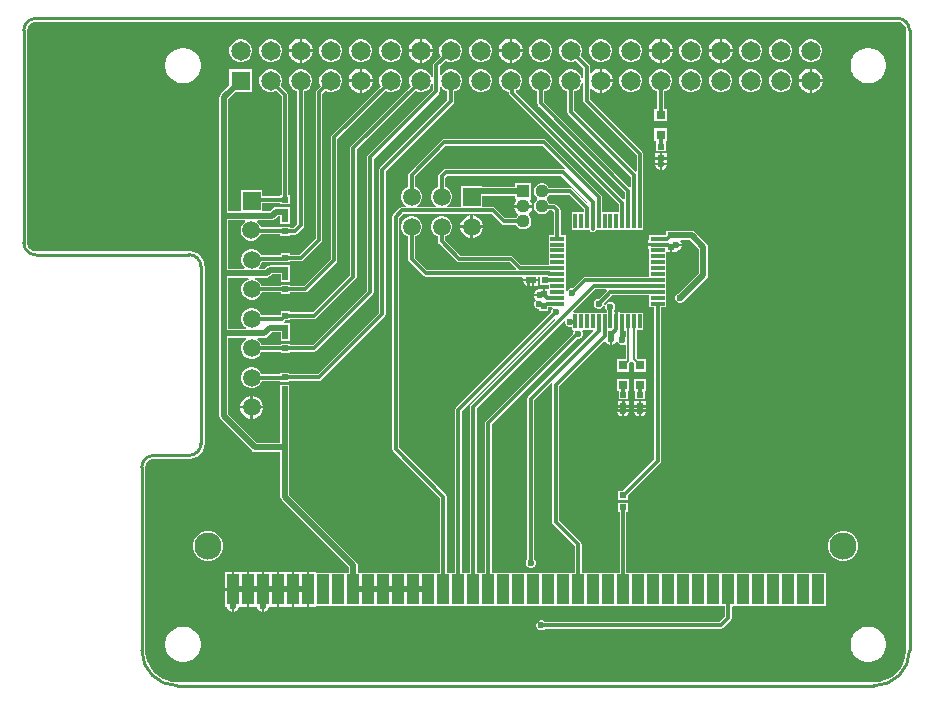
<source format=gtl>
G04*
G04 #@! TF.GenerationSoftware,Altium Limited,Altium Designer,21.1.1 (26)*
G04*
G04 Layer_Physical_Order=1*
G04 Layer_Color=255*
%FSAX25Y25*%
%MOIN*%
G70*
G04*
G04 #@! TF.SameCoordinates,385E19C8-3E5E-4D6B-97ED-1EBFA2F8C446*
G04*
G04*
G04 #@! TF.FilePolarity,Positive*
G04*
G01*
G75*
%ADD10C,0.01181*%
%ADD15C,0.01000*%
%ADD18R,0.02165X0.01968*%
%ADD19R,0.04724X0.01181*%
%ADD20R,0.01181X0.04724*%
%ADD21R,0.02165X0.01968*%
%ADD22R,0.01968X0.02165*%
%ADD23R,0.01968X0.02165*%
%ADD32C,0.09055*%
%ADD38C,0.06496*%
%ADD39R,0.06496X0.06496*%
%ADD41R,0.03937X0.09843*%
%ADD42R,0.03150X0.03150*%
%ADD43C,0.01968*%
%ADD44C,0.00787*%
%ADD45C,0.05937*%
%ADD46R,0.05937X0.05937*%
%ADD47C,0.04370*%
%ADD48R,0.04370X0.04370*%
%ADD49R,0.05937X0.05937*%
%ADD50C,0.02362*%
G36*
X-0035433Y0221237D02*
X0251969D01*
X0252238Y0221237D01*
X0252766Y0221132D01*
X0253263Y0220926D01*
X0253711Y0220627D01*
X0254091Y0220246D01*
X0254390Y0219798D01*
X0254596Y0219301D01*
X0254701Y0218773D01*
Y0218504D01*
Y0011811D01*
Y0011116D01*
X0254520Y0009737D01*
X0254160Y0008394D01*
X0253628Y0007110D01*
X0252933Y0005906D01*
X0252086Y0004803D01*
X0251103Y0003819D01*
X0250000Y0002973D01*
X0248796Y0002278D01*
X0247511Y0001746D01*
X0246168Y0001386D01*
X0244790Y0001204D01*
X0011116D01*
X0009737Y0001386D01*
X0008394Y0001746D01*
X0007110Y0002278D01*
X0005906Y0002973D01*
X0004803Y0003819D01*
X0003819Y0004803D01*
X0002973Y0005906D01*
X0002278Y0007110D01*
X0001746Y0008394D01*
X0001386Y0009737D01*
X0001204Y0011116D01*
Y0011811D01*
Y0072835D01*
Y0073104D01*
X0001309Y0073632D01*
X0001515Y0074129D01*
X0001814Y0074577D01*
X0002195Y0074957D01*
X0002643Y0075256D01*
X0003140Y0075463D01*
X0003668Y0075568D01*
X0003937Y0075568D01*
X0015748D01*
X0015777Y0075573D01*
X0015807Y0075569D01*
X0016193Y0075588D01*
X0016280Y0075610D01*
X0016369D01*
X0017126Y0075760D01*
X0017235Y0075805D01*
X0017352Y0075829D01*
X0018065Y0076124D01*
X0018163Y0076190D01*
X0018273Y0076235D01*
X0018915Y0076664D01*
X0018999Y0076748D01*
X0019097Y0076814D01*
X0019643Y0077359D01*
X0019709Y0077458D01*
X0019793Y0077542D01*
X0020221Y0078184D01*
X0020267Y0078293D01*
X0020333Y0078392D01*
X0020628Y0079105D01*
X0020651Y0079221D01*
X0020697Y0079331D01*
X0020847Y0080088D01*
Y0080177D01*
X0020869Y0080264D01*
X0020888Y0080650D01*
X0020883Y0080679D01*
X0020889Y0080709D01*
Y0139764D01*
X0020883Y0139793D01*
X0020888Y0139823D01*
X0020869Y0140209D01*
X0020847Y0140295D01*
Y0140385D01*
X0020697Y0141142D01*
X0020651Y0141251D01*
X0020628Y0141367D01*
X0020333Y0142080D01*
X0020267Y0142179D01*
X0020221Y0142289D01*
X0019793Y0142930D01*
X0019709Y0143014D01*
X0019643Y0143113D01*
X0019097Y0143659D01*
X0018999Y0143725D01*
X0018915Y0143808D01*
X0018273Y0144237D01*
X0018163Y0144282D01*
X0018065Y0144349D01*
X0017352Y0144644D01*
X0017235Y0144667D01*
X0017126Y0144712D01*
X0016369Y0144863D01*
X0016280D01*
X0016193Y0144885D01*
X0015807Y0144904D01*
X0015777Y0144899D01*
X0015748Y0144905D01*
X-0035702D01*
X-0036230Y0145010D01*
X-0036727Y0145216D01*
X-0037175Y0145515D01*
X-0037556Y0145896D01*
X-0037855Y0146343D01*
X-0038061Y0146841D01*
X-0038166Y0147369D01*
Y0147638D01*
Y0218504D01*
Y0218773D01*
X-0038061Y0219301D01*
X-0037855Y0219798D01*
X-0037556Y0220246D01*
X-0037175Y0220627D01*
X-0036727Y0220926D01*
X-0036230Y0221132D01*
X-0035702Y0221237D01*
X-0035433Y0221237D01*
D02*
G37*
%LPC*%
G36*
X0173484Y0215728D02*
X0173346D01*
Y0212087D01*
X0176988D01*
Y0212224D01*
X0176713Y0213250D01*
X0176182Y0214171D01*
X0175431Y0214922D01*
X0174510Y0215453D01*
X0173484Y0215728D01*
D02*
G37*
G36*
X0123484D02*
X0123346D01*
Y0212087D01*
X0126988D01*
Y0212224D01*
X0126713Y0213250D01*
X0126182Y0214171D01*
X0125431Y0214922D01*
X0124510Y0215453D01*
X0123484Y0215728D01*
D02*
G37*
G36*
X0093484D02*
X0093347D01*
Y0212087D01*
X0096988D01*
Y0212224D01*
X0096713Y0213250D01*
X0096182Y0214171D01*
X0095431Y0214922D01*
X0094510Y0215453D01*
X0093484Y0215728D01*
D02*
G37*
G36*
X0053484D02*
X0053347D01*
Y0212087D01*
X0056988D01*
Y0212224D01*
X0056713Y0213250D01*
X0056182Y0214171D01*
X0055431Y0214922D01*
X0054510Y0215453D01*
X0053484Y0215728D01*
D02*
G37*
G36*
X0193484D02*
X0193347D01*
Y0212087D01*
X0196988D01*
Y0212224D01*
X0196713Y0213250D01*
X0196182Y0214171D01*
X0195431Y0214922D01*
X0194510Y0215453D01*
X0193484Y0215728D01*
D02*
G37*
G36*
X0172559D02*
X0172422D01*
X0171395Y0215453D01*
X0170475Y0214922D01*
X0169724Y0214171D01*
X0169192Y0213250D01*
X0168917Y0212224D01*
Y0212087D01*
X0172559D01*
Y0215728D01*
D02*
G37*
G36*
X0122559D02*
X0122422D01*
X0121395Y0215453D01*
X0120475Y0214922D01*
X0119724Y0214171D01*
X0119192Y0213250D01*
X0118917Y0212224D01*
Y0212087D01*
X0122559D01*
Y0215728D01*
D02*
G37*
G36*
X0192559D02*
X0192421D01*
X0191395Y0215453D01*
X0190475Y0214922D01*
X0189724Y0214171D01*
X0189192Y0213250D01*
X0188917Y0212224D01*
Y0212087D01*
X0192559D01*
Y0215728D01*
D02*
G37*
G36*
X0092559D02*
X0092422D01*
X0091395Y0215453D01*
X0090475Y0214922D01*
X0089724Y0214171D01*
X0089192Y0213250D01*
X0088917Y0212224D01*
Y0212087D01*
X0092559D01*
Y0215728D01*
D02*
G37*
G36*
X0052559D02*
X0052421D01*
X0051395Y0215453D01*
X0050475Y0214922D01*
X0049724Y0214171D01*
X0049192Y0213250D01*
X0048917Y0212224D01*
Y0212087D01*
X0052559D01*
Y0215728D01*
D02*
G37*
G36*
X0223445Y0215433D02*
X0222460D01*
X0221509Y0215178D01*
X0220656Y0214686D01*
X0219960Y0213989D01*
X0219467Y0213137D01*
X0219213Y0212185D01*
Y0211200D01*
X0219467Y0210249D01*
X0219960Y0209396D01*
X0220656Y0208700D01*
X0221509Y0208208D01*
X0222460Y0207953D01*
X0223445D01*
X0224396Y0208208D01*
X0225249Y0208700D01*
X0225946Y0209396D01*
X0226438Y0210249D01*
X0226693Y0211200D01*
Y0212185D01*
X0226438Y0213137D01*
X0225946Y0213989D01*
X0225249Y0214686D01*
X0224396Y0215178D01*
X0223445Y0215433D01*
D02*
G37*
G36*
X0213445D02*
X0212460D01*
X0211509Y0215178D01*
X0210656Y0214686D01*
X0209960Y0213989D01*
X0209468Y0213137D01*
X0209213Y0212185D01*
Y0211200D01*
X0209468Y0210249D01*
X0209960Y0209396D01*
X0210656Y0208700D01*
X0211509Y0208208D01*
X0212460Y0207953D01*
X0213445D01*
X0214396Y0208208D01*
X0215249Y0208700D01*
X0215946Y0209396D01*
X0216438Y0210249D01*
X0216693Y0211200D01*
Y0212185D01*
X0216438Y0213137D01*
X0215946Y0213989D01*
X0215249Y0214686D01*
X0214396Y0215178D01*
X0213445Y0215433D01*
D02*
G37*
G36*
X0203445D02*
X0202460D01*
X0201509Y0215178D01*
X0200656Y0214686D01*
X0199960Y0213989D01*
X0199468Y0213137D01*
X0199213Y0212185D01*
Y0211200D01*
X0199468Y0210249D01*
X0199960Y0209396D01*
X0200656Y0208700D01*
X0201509Y0208208D01*
X0202460Y0207953D01*
X0203445D01*
X0204396Y0208208D01*
X0205249Y0208700D01*
X0205946Y0209396D01*
X0206438Y0210249D01*
X0206693Y0211200D01*
Y0212185D01*
X0206438Y0213137D01*
X0205946Y0213989D01*
X0205249Y0214686D01*
X0204396Y0215178D01*
X0203445Y0215433D01*
D02*
G37*
G36*
X0183445D02*
X0182460D01*
X0181509Y0215178D01*
X0180656Y0214686D01*
X0179960Y0213989D01*
X0179467Y0213137D01*
X0179213Y0212185D01*
Y0211200D01*
X0179467Y0210249D01*
X0179960Y0209396D01*
X0180656Y0208700D01*
X0181509Y0208208D01*
X0182460Y0207953D01*
X0183445D01*
X0184396Y0208208D01*
X0185249Y0208700D01*
X0185946Y0209396D01*
X0186438Y0210249D01*
X0186693Y0211200D01*
Y0212185D01*
X0186438Y0213137D01*
X0185946Y0213989D01*
X0185249Y0214686D01*
X0184396Y0215178D01*
X0183445Y0215433D01*
D02*
G37*
G36*
X0163445D02*
X0162460D01*
X0161509Y0215178D01*
X0160656Y0214686D01*
X0159960Y0213989D01*
X0159467Y0213137D01*
X0159213Y0212185D01*
Y0211200D01*
X0159467Y0210249D01*
X0159960Y0209396D01*
X0160656Y0208700D01*
X0161509Y0208208D01*
X0162460Y0207953D01*
X0163445D01*
X0164396Y0208208D01*
X0165249Y0208700D01*
X0165946Y0209396D01*
X0166438Y0210249D01*
X0166693Y0211200D01*
Y0212185D01*
X0166438Y0213137D01*
X0165946Y0213989D01*
X0165249Y0214686D01*
X0164396Y0215178D01*
X0163445Y0215433D01*
D02*
G37*
G36*
X0153445D02*
X0152460D01*
X0151509Y0215178D01*
X0150656Y0214686D01*
X0149960Y0213989D01*
X0149468Y0213137D01*
X0149213Y0212185D01*
Y0211200D01*
X0149468Y0210249D01*
X0149960Y0209396D01*
X0150656Y0208700D01*
X0151509Y0208208D01*
X0152460Y0207953D01*
X0153445D01*
X0154396Y0208208D01*
X0155249Y0208700D01*
X0155946Y0209396D01*
X0156438Y0210249D01*
X0156693Y0211200D01*
Y0212185D01*
X0156438Y0213137D01*
X0155946Y0213989D01*
X0155249Y0214686D01*
X0154396Y0215178D01*
X0153445Y0215433D01*
D02*
G37*
G36*
X0133445D02*
X0132460D01*
X0131509Y0215178D01*
X0130656Y0214686D01*
X0129960Y0213989D01*
X0129467Y0213137D01*
X0129213Y0212185D01*
Y0211200D01*
X0129467Y0210249D01*
X0129960Y0209396D01*
X0130656Y0208700D01*
X0131509Y0208208D01*
X0132460Y0207953D01*
X0133445D01*
X0134396Y0208208D01*
X0135249Y0208700D01*
X0135946Y0209396D01*
X0136438Y0210249D01*
X0136693Y0211200D01*
Y0212185D01*
X0136438Y0213137D01*
X0135946Y0213989D01*
X0135249Y0214686D01*
X0134396Y0215178D01*
X0133445Y0215433D01*
D02*
G37*
G36*
X0113445D02*
X0112460D01*
X0111509Y0215178D01*
X0110656Y0214686D01*
X0109960Y0213989D01*
X0109467Y0213137D01*
X0109213Y0212185D01*
Y0211200D01*
X0109467Y0210249D01*
X0109960Y0209396D01*
X0110656Y0208700D01*
X0111509Y0208208D01*
X0112460Y0207953D01*
X0113445D01*
X0114396Y0208208D01*
X0115249Y0208700D01*
X0115946Y0209396D01*
X0116438Y0210249D01*
X0116693Y0211200D01*
Y0212185D01*
X0116438Y0213137D01*
X0115946Y0213989D01*
X0115249Y0214686D01*
X0114396Y0215178D01*
X0113445Y0215433D01*
D02*
G37*
G36*
X0143445D02*
X0142460D01*
X0141509Y0215178D01*
X0140656Y0214686D01*
X0139960Y0213989D01*
X0139468Y0213137D01*
X0139213Y0212185D01*
Y0211200D01*
X0139468Y0210249D01*
X0139960Y0209396D01*
X0140656Y0208700D01*
X0141509Y0208208D01*
X0142460Y0207953D01*
X0143445D01*
X0144396Y0208208D01*
X0144701Y0208383D01*
X0147150Y0205935D01*
Y0202413D01*
X0146650Y0202348D01*
X0146438Y0203137D01*
X0145946Y0203989D01*
X0145249Y0204686D01*
X0144396Y0205178D01*
X0143445Y0205433D01*
X0142460D01*
X0141509Y0205178D01*
X0140656Y0204686D01*
X0139960Y0203989D01*
X0139468Y0203137D01*
X0139213Y0202185D01*
Y0201201D01*
X0139468Y0200249D01*
X0139960Y0199396D01*
X0140656Y0198700D01*
X0141509Y0198208D01*
X0141849Y0198117D01*
Y0191299D01*
X0141933Y0190877D01*
X0142172Y0190519D01*
X0162971Y0169720D01*
Y0166364D01*
X0162471Y0166157D01*
X0134057Y0194571D01*
Y0198117D01*
X0134396Y0198208D01*
X0135249Y0198700D01*
X0135946Y0199396D01*
X0136438Y0200249D01*
X0136693Y0201201D01*
Y0202185D01*
X0136438Y0203137D01*
X0135946Y0203989D01*
X0135249Y0204686D01*
X0134396Y0205178D01*
X0133445Y0205433D01*
X0132460D01*
X0131509Y0205178D01*
X0130656Y0204686D01*
X0129960Y0203989D01*
X0129467Y0203137D01*
X0129213Y0202185D01*
Y0201201D01*
X0129467Y0200249D01*
X0129960Y0199396D01*
X0130656Y0198700D01*
X0131509Y0198208D01*
X0131849Y0198117D01*
Y0194114D01*
X0131933Y0193692D01*
X0132172Y0193334D01*
X0161002Y0164503D01*
Y0162329D01*
X0160502Y0162122D01*
X0124732Y0197892D01*
X0124781Y0198430D01*
X0125249Y0198700D01*
X0125946Y0199396D01*
X0126438Y0200249D01*
X0126693Y0201201D01*
Y0202185D01*
X0126438Y0203137D01*
X0125946Y0203989D01*
X0125249Y0204686D01*
X0124396Y0205178D01*
X0123445Y0205433D01*
X0122460D01*
X0121509Y0205178D01*
X0120656Y0204686D01*
X0119960Y0203989D01*
X0119467Y0203137D01*
X0119213Y0202185D01*
Y0201201D01*
X0119467Y0200249D01*
X0119960Y0199396D01*
X0120656Y0198700D01*
X0121509Y0198208D01*
X0122426Y0197962D01*
Y0197533D01*
X0122510Y0197111D01*
X0122749Y0196753D01*
X0159034Y0160468D01*
Y0157776D01*
X0153368D01*
Y0162898D01*
X0153368Y0162898D01*
X0153284Y0163320D01*
X0153044Y0163678D01*
X0134840Y0181883D01*
X0134482Y0182122D01*
X0134059Y0182206D01*
X0100787D01*
X0100365Y0182122D01*
X0100007Y0181883D01*
X0089121Y0170997D01*
X0088882Y0170639D01*
X0088798Y0170217D01*
Y0166358D01*
X0088566Y0166296D01*
X0087777Y0165840D01*
X0087132Y0165196D01*
X0086677Y0164407D01*
X0086441Y0163526D01*
Y0162615D01*
X0086677Y0161735D01*
X0087132Y0160946D01*
X0087777Y0160302D01*
X0088181Y0160069D01*
X0088047Y0159569D01*
X0086713D01*
X0086713Y0159569D01*
X0086290Y0159484D01*
X0085932Y0159245D01*
X0083865Y0157178D01*
X0083626Y0156820D01*
X0083542Y0156398D01*
Y0078878D01*
X0083626Y0078456D01*
X0083865Y0078097D01*
X0099349Y0062614D01*
Y0037873D01*
X0098995Y0037520D01*
X0097992Y0037520D01*
X0097492Y0037520D01*
X0092992D01*
Y0037520D01*
X0092913D01*
Y0037520D01*
X0087992D01*
Y0037520D01*
X0087913D01*
Y0037520D01*
X0082992D01*
Y0037520D01*
X0082913D01*
Y0037520D01*
X0077992D01*
Y0037520D01*
X0077913D01*
Y0037520D01*
X0072992D01*
Y0037520D01*
X0072913D01*
Y0037520D01*
X0071958D01*
Y0040256D01*
X0071843Y0040832D01*
X0071517Y0041320D01*
X0049143Y0063694D01*
Y0079429D01*
Y0097342D01*
X0049213D01*
Y0100295D01*
X0047783D01*
X0047638Y0100324D01*
X0047492Y0100295D01*
X0046063D01*
Y0097342D01*
X0046132D01*
Y0080934D01*
X0038419D01*
X0028868Y0090486D01*
Y0115916D01*
X0034609D01*
X0034743Y0115416D01*
X0034489Y0115269D01*
X0033845Y0114625D01*
X0033389Y0113836D01*
X0033154Y0112956D01*
Y0112044D01*
X0033389Y0111164D01*
X0033845Y0110375D01*
X0034489Y0109731D01*
X0035278Y0109275D01*
X0036159Y0109039D01*
X0037070D01*
X0037950Y0109275D01*
X0038739Y0109731D01*
X0039383Y0110375D01*
X0039839Y0111164D01*
X0039901Y0111396D01*
X0046260D01*
Y0111024D01*
X0049409D01*
Y0111396D01*
X0057414D01*
X0057836Y0111480D01*
X0058194Y0111719D01*
X0076962Y0130487D01*
X0077201Y0130845D01*
X0077285Y0131267D01*
Y0175724D01*
X0098910Y0197349D01*
X0099150Y0197707D01*
X0099234Y0198130D01*
Y0199654D01*
X0099734Y0199788D01*
X0099960Y0199396D01*
X0100656Y0198700D01*
X0101509Y0198208D01*
X0101849Y0198117D01*
Y0195202D01*
X0079338Y0172690D01*
X0079098Y0172332D01*
X0079014Y0171910D01*
Y0124276D01*
X0058598Y0103860D01*
X0049213D01*
Y0104232D01*
X0046063D01*
Y0103811D01*
X0039888D01*
X0039839Y0103993D01*
X0039383Y0104782D01*
X0038739Y0105427D01*
X0037950Y0105882D01*
X0037070Y0106118D01*
X0036159D01*
X0035278Y0105882D01*
X0034489Y0105427D01*
X0033845Y0104782D01*
X0033389Y0103993D01*
X0033154Y0103113D01*
Y0102202D01*
X0033389Y0101322D01*
X0033845Y0100533D01*
X0034489Y0099888D01*
X0035278Y0099433D01*
X0036159Y0099197D01*
X0037070D01*
X0037950Y0099433D01*
X0038739Y0099888D01*
X0039383Y0100533D01*
X0039839Y0101322D01*
X0039914Y0101603D01*
X0046063D01*
Y0101279D01*
X0049213D01*
Y0101652D01*
X0059055D01*
X0059478Y0101736D01*
X0059836Y0101975D01*
X0080899Y0123038D01*
X0081138Y0123397D01*
X0081222Y0123819D01*
X0081222Y0123819D01*
Y0171453D01*
X0103733Y0193964D01*
X0103973Y0194322D01*
X0104057Y0194745D01*
Y0198117D01*
X0104396Y0198208D01*
X0105249Y0198700D01*
X0105946Y0199396D01*
X0106438Y0200249D01*
X0106693Y0201201D01*
Y0202185D01*
X0106438Y0203137D01*
X0105946Y0203989D01*
X0105249Y0204686D01*
X0104396Y0205178D01*
X0103445Y0205433D01*
X0102460D01*
X0101509Y0205178D01*
X0100656Y0204686D01*
X0099960Y0203989D01*
X0099734Y0203598D01*
X0099234Y0203732D01*
Y0206413D01*
X0101205Y0208383D01*
X0101509Y0208208D01*
X0102460Y0207953D01*
X0103445D01*
X0104396Y0208208D01*
X0105249Y0208700D01*
X0105946Y0209396D01*
X0106438Y0210249D01*
X0106693Y0211200D01*
Y0212185D01*
X0106438Y0213137D01*
X0105946Y0213989D01*
X0105249Y0214686D01*
X0104396Y0215178D01*
X0103445Y0215433D01*
X0102460D01*
X0101509Y0215178D01*
X0100656Y0214686D01*
X0099960Y0213989D01*
X0099467Y0213137D01*
X0099213Y0212185D01*
Y0211200D01*
X0099467Y0210249D01*
X0099643Y0209945D01*
X0097349Y0207651D01*
X0097110Y0207293D01*
X0097026Y0206870D01*
Y0202874D01*
X0096526Y0202808D01*
X0096438Y0203137D01*
X0095946Y0203989D01*
X0095249Y0204686D01*
X0094396Y0205178D01*
X0093445Y0205433D01*
X0092460D01*
X0091509Y0205178D01*
X0090656Y0204686D01*
X0089960Y0203989D01*
X0089468Y0203137D01*
X0089213Y0202185D01*
Y0201201D01*
X0089468Y0200249D01*
X0089643Y0199945D01*
X0069692Y0179993D01*
X0069453Y0179635D01*
X0069369Y0179213D01*
Y0136832D01*
X0056956Y0124420D01*
X0049425D01*
Y0124792D01*
X0046275D01*
Y0123446D01*
X0039901D01*
X0039839Y0123678D01*
X0039383Y0124467D01*
X0038739Y0125112D01*
X0037950Y0125567D01*
X0037070Y0125803D01*
X0036159D01*
X0035278Y0125567D01*
X0034489Y0125112D01*
X0033845Y0124467D01*
X0033389Y0123678D01*
X0033154Y0122798D01*
Y0121887D01*
X0033389Y0121007D01*
X0033845Y0120218D01*
X0034489Y0119573D01*
X0034743Y0119427D01*
X0034609Y0118927D01*
X0028868D01*
Y0135995D01*
X0035529D01*
X0035595Y0135495D01*
X0035278Y0135410D01*
X0034489Y0134954D01*
X0033845Y0134310D01*
X0033389Y0133521D01*
X0033154Y0132641D01*
Y0131729D01*
X0033389Y0130849D01*
X0033845Y0130060D01*
X0034489Y0129416D01*
X0035278Y0128960D01*
X0036159Y0128724D01*
X0037070D01*
X0037950Y0128960D01*
X0038739Y0129416D01*
X0039383Y0130060D01*
X0039839Y0130849D01*
X0039901Y0131081D01*
X0046260D01*
Y0130709D01*
X0049409D01*
Y0131081D01*
X0054429D01*
X0054852Y0131165D01*
X0055210Y0131404D01*
X0064855Y0141050D01*
X0065095Y0141408D01*
X0065179Y0141831D01*
Y0182358D01*
X0081204Y0198383D01*
X0081509Y0198208D01*
X0082460Y0197953D01*
X0083445D01*
X0084396Y0198208D01*
X0085249Y0198700D01*
X0085946Y0199396D01*
X0086438Y0200249D01*
X0086693Y0201201D01*
Y0202185D01*
X0086438Y0203137D01*
X0085946Y0203989D01*
X0085249Y0204686D01*
X0084396Y0205178D01*
X0083445Y0205433D01*
X0082460D01*
X0081509Y0205178D01*
X0080656Y0204686D01*
X0079960Y0203989D01*
X0079467Y0203137D01*
X0079213Y0202185D01*
Y0201201D01*
X0079467Y0200249D01*
X0079643Y0199945D01*
X0063294Y0183596D01*
X0063055Y0183237D01*
X0062971Y0182815D01*
Y0142288D01*
X0053972Y0133289D01*
X0049409D01*
Y0133661D01*
X0046260D01*
Y0133289D01*
X0039901D01*
X0039839Y0133521D01*
X0039383Y0134310D01*
X0038739Y0134954D01*
X0037950Y0135410D01*
X0037633Y0135495D01*
X0037699Y0135995D01*
X0041634D01*
X0042210Y0136109D01*
X0042698Y0136436D01*
X0043439Y0137176D01*
X0046260D01*
Y0134646D01*
X0047689D01*
X0047835Y0134617D01*
X0047980Y0134646D01*
X0049409D01*
Y0137205D01*
Y0140157D01*
X0047980D01*
X0047835Y0140186D01*
X0042815D01*
X0042815Y0140186D01*
X0042239Y0140072D01*
X0041751Y0139745D01*
X0041750Y0139745D01*
X0041010Y0139005D01*
X0039193D01*
X0038986Y0139505D01*
X0039383Y0139903D01*
X0039839Y0140692D01*
X0039980Y0141219D01*
X0046260D01*
Y0141142D01*
X0049409D01*
Y0141514D01*
X0052953D01*
X0053375Y0141598D01*
X0053733Y0141838D01*
X0059836Y0147940D01*
X0060075Y0148298D01*
X0060159Y0148721D01*
Y0197338D01*
X0061204Y0198383D01*
X0061509Y0198208D01*
X0062460Y0197953D01*
X0063445D01*
X0064396Y0198208D01*
X0065249Y0198700D01*
X0065946Y0199396D01*
X0066438Y0200249D01*
X0066693Y0201201D01*
Y0202185D01*
X0066438Y0203137D01*
X0065946Y0203989D01*
X0065249Y0204686D01*
X0064396Y0205178D01*
X0063445Y0205433D01*
X0062460D01*
X0061509Y0205178D01*
X0060656Y0204686D01*
X0059960Y0203989D01*
X0059468Y0203137D01*
X0059213Y0202185D01*
Y0201201D01*
X0059468Y0200249D01*
X0059643Y0199945D01*
X0058275Y0198576D01*
X0058035Y0198218D01*
X0057951Y0197795D01*
Y0149178D01*
X0052495Y0143722D01*
X0049409D01*
Y0144095D01*
X0046260D01*
Y0143427D01*
X0039802D01*
X0039383Y0144152D01*
X0038739Y0144797D01*
X0037950Y0145252D01*
X0037070Y0145488D01*
X0036159D01*
X0035278Y0145252D01*
X0034489Y0144797D01*
X0033845Y0144152D01*
X0033389Y0143363D01*
X0033154Y0142483D01*
Y0141572D01*
X0033389Y0140692D01*
X0033845Y0139903D01*
X0034242Y0139505D01*
X0034035Y0139005D01*
X0028868D01*
Y0155188D01*
X0034242D01*
X0034376Y0154688D01*
X0034292Y0154639D01*
X0033648Y0153995D01*
X0033193Y0153206D01*
X0032957Y0152326D01*
Y0151415D01*
X0033193Y0150534D01*
X0033648Y0149745D01*
X0034292Y0149101D01*
X0035082Y0148645D01*
X0035962Y0148409D01*
X0036873D01*
X0037753Y0148645D01*
X0038542Y0149101D01*
X0039186Y0149745D01*
X0039642Y0150534D01*
X0039652Y0150569D01*
X0046161D01*
Y0150000D01*
X0049311D01*
Y0150373D01*
X0050935D01*
X0051358Y0150457D01*
X0051716Y0150696D01*
X0053733Y0152714D01*
X0053973Y0153072D01*
X0054057Y0153494D01*
Y0198117D01*
X0054396Y0198208D01*
X0055249Y0198700D01*
X0055946Y0199396D01*
X0056438Y0200249D01*
X0056693Y0201201D01*
Y0202185D01*
X0056438Y0203137D01*
X0055946Y0203989D01*
X0055249Y0204686D01*
X0054396Y0205178D01*
X0053445Y0205433D01*
X0052460D01*
X0051509Y0205178D01*
X0050656Y0204686D01*
X0049960Y0203989D01*
X0049468Y0203137D01*
X0049213Y0202185D01*
Y0201201D01*
X0049468Y0200249D01*
X0049960Y0199396D01*
X0050656Y0198700D01*
X0051509Y0198208D01*
X0051849Y0198117D01*
Y0153951D01*
X0050478Y0152580D01*
X0049311D01*
Y0152953D01*
X0046161D01*
Y0152777D01*
X0039757D01*
X0039642Y0153206D01*
X0039186Y0153995D01*
X0038542Y0154639D01*
X0038458Y0154688D01*
X0038592Y0155188D01*
X0043248D01*
X0043824Y0155302D01*
X0044312Y0155629D01*
X0045250Y0156566D01*
X0046161D01*
Y0153937D01*
X0047591D01*
X0047736Y0153908D01*
X0047882Y0153937D01*
X0049311D01*
Y0156595D01*
Y0159547D01*
X0047882D01*
X0047736Y0159576D01*
X0044626D01*
X0044050Y0159462D01*
X0043562Y0159135D01*
X0042625Y0158198D01*
X0040552D01*
X0040075Y0158252D01*
X0040075Y0158698D01*
Y0160904D01*
X0046161D01*
Y0160531D01*
X0049311D01*
Y0163484D01*
X0048840D01*
Y0196909D01*
X0048756Y0197332D01*
X0048517Y0197690D01*
X0046262Y0199945D01*
X0046438Y0200249D01*
X0046693Y0201201D01*
Y0202185D01*
X0046438Y0203137D01*
X0045946Y0203989D01*
X0045249Y0204686D01*
X0044396Y0205178D01*
X0043445Y0205433D01*
X0042460D01*
X0041509Y0205178D01*
X0040656Y0204686D01*
X0039960Y0203989D01*
X0039467Y0203137D01*
X0039213Y0202185D01*
Y0201201D01*
X0039467Y0200249D01*
X0039960Y0199396D01*
X0040656Y0198700D01*
X0041509Y0198208D01*
X0042460Y0197953D01*
X0043445D01*
X0044396Y0198208D01*
X0044701Y0198383D01*
X0046632Y0196452D01*
Y0163484D01*
X0046161D01*
Y0163112D01*
X0040075D01*
Y0165173D01*
X0033154D01*
X0033154Y0158252D01*
X0032676Y0158198D01*
X0028868D01*
Y0195479D01*
X0031341Y0197953D01*
X0036693D01*
Y0205433D01*
X0029213D01*
Y0200082D01*
X0026298Y0197167D01*
X0025971Y0196678D01*
X0025857Y0196102D01*
Y0156693D01*
Y0137500D01*
Y0117421D01*
Y0089862D01*
X0025971Y0089286D01*
X0026298Y0088798D01*
X0036731Y0078365D01*
X0037219Y0078038D01*
X0037795Y0077924D01*
X0046132D01*
Y0063071D01*
X0046247Y0062495D01*
X0046573Y0062006D01*
X0068947Y0039632D01*
Y0037873D01*
X0068594Y0037520D01*
X0067992Y0037520D01*
X0067492Y0037520D01*
X0063413D01*
X0062992Y0037520D01*
X0062492Y0037520D01*
X0058209D01*
Y0037815D01*
X0055847D01*
Y0032106D01*
Y0026398D01*
X0058209D01*
Y0026693D01*
X0062492D01*
X0062913Y0026693D01*
X0063413Y0026693D01*
X0067492D01*
X0067913Y0026693D01*
X0068413Y0026693D01*
X0072913D01*
Y0026693D01*
X0072992D01*
Y0026693D01*
X0077913D01*
Y0026693D01*
X0077992D01*
Y0026693D01*
X0082913D01*
Y0026693D01*
X0082992D01*
Y0026693D01*
X0087913D01*
Y0026693D01*
X0087992D01*
Y0026693D01*
X0092913D01*
Y0026693D01*
X0092992D01*
Y0026693D01*
X0097492D01*
X0097913Y0026693D01*
X0098413Y0026693D01*
X0102492D01*
X0102913Y0026693D01*
X0103413Y0026693D01*
X0107913D01*
Y0026693D01*
X0107992D01*
Y0026693D01*
X0112492D01*
X0112913Y0026693D01*
X0113413Y0026693D01*
X0117492D01*
X0117913Y0026693D01*
X0118413Y0026693D01*
X0122492D01*
X0122913Y0026693D01*
X0123413Y0026693D01*
X0127492D01*
X0127913Y0026693D01*
X0128413Y0026693D01*
X0132492D01*
X0132913Y0026693D01*
X0133413Y0026693D01*
X0137492D01*
X0137913Y0026693D01*
X0138413Y0026693D01*
X0142492D01*
X0142913Y0026693D01*
X0143413Y0026693D01*
X0147492D01*
X0147913Y0026693D01*
X0148413Y0026693D01*
X0152492D01*
X0152913Y0026693D01*
X0153413Y0026693D01*
X0157492D01*
X0157913Y0026693D01*
X0158413Y0026693D01*
X0162492D01*
X0162913Y0026693D01*
X0163413Y0026693D01*
X0167492D01*
X0167913Y0026693D01*
X0168413Y0026693D01*
X0172492D01*
X0172913Y0026693D01*
X0173413Y0026693D01*
X0177492D01*
X0177913Y0026693D01*
X0178413Y0026693D01*
X0182492D01*
X0182913Y0026693D01*
X0183413Y0026693D01*
X0187492D01*
X0187913Y0026693D01*
X0188413Y0026693D01*
X0192492D01*
X0192913Y0026693D01*
X0193413Y0026693D01*
X0194349D01*
Y0023078D01*
X0192479Y0021209D01*
X0134432D01*
X0134117Y0021523D01*
X0133502Y0021778D01*
X0132836D01*
X0132221Y0021523D01*
X0131751Y0021053D01*
X0131496Y0020438D01*
Y0019772D01*
X0131751Y0019157D01*
X0132221Y0018686D01*
X0132836Y0018432D01*
X0133502D01*
X0134117Y0018686D01*
X0134432Y0019001D01*
X0192937D01*
X0193359Y0019085D01*
X0193717Y0019324D01*
X0196233Y0021840D01*
X0196473Y0022199D01*
X0196557Y0022621D01*
Y0026339D01*
X0196910Y0026693D01*
X0197913Y0026693D01*
X0198413Y0026693D01*
X0202492D01*
X0202913Y0026693D01*
X0203413Y0026693D01*
X0207492D01*
X0207913Y0026693D01*
X0208413Y0026693D01*
X0212492D01*
X0212913Y0026693D01*
X0213413Y0026693D01*
X0217492D01*
X0217913Y0026693D01*
X0218413Y0026693D01*
X0222492D01*
X0222913Y0026693D01*
X0223413Y0026693D01*
X0227913D01*
Y0037520D01*
X0223413D01*
X0222992Y0037520D01*
X0222492Y0037520D01*
X0218413D01*
X0217992Y0037520D01*
X0217492Y0037520D01*
X0213413D01*
X0212992Y0037520D01*
X0212492Y0037520D01*
X0208413D01*
X0207992Y0037520D01*
X0207492Y0037520D01*
X0203413D01*
X0202992Y0037520D01*
X0202492Y0037520D01*
X0198413D01*
X0197992Y0037520D01*
X0197492Y0037520D01*
X0193413D01*
X0192992Y0037520D01*
X0192492Y0037520D01*
X0188413D01*
X0187992Y0037520D01*
X0187492Y0037520D01*
X0183413D01*
X0182992Y0037520D01*
X0182492Y0037520D01*
X0178413D01*
X0177992Y0037520D01*
X0177492Y0037520D01*
X0173413D01*
X0172992Y0037520D01*
X0172492Y0037520D01*
X0168413D01*
X0167992Y0037520D01*
X0167492Y0037520D01*
X0163413D01*
X0162992Y0037520D01*
X0162492Y0037520D01*
X0161537D01*
Y0058071D01*
X0162008D01*
Y0061024D01*
X0158858D01*
Y0058071D01*
X0159329D01*
Y0037873D01*
X0158976Y0037520D01*
X0157992Y0037520D01*
X0157492Y0037520D01*
X0153413D01*
X0152992Y0037520D01*
X0152492Y0037520D01*
X0148413D01*
X0147992Y0037520D01*
X0147492Y0037520D01*
X0146557D01*
Y0047165D01*
X0146473Y0047588D01*
X0146233Y0047946D01*
X0138998Y0055182D01*
Y0099838D01*
X0153985Y0114825D01*
X0154575Y0114708D01*
X0154694Y0114420D01*
X0155248Y0113867D01*
X0155969Y0113568D01*
Y0115536D01*
X0156756D01*
Y0113568D01*
X0157478Y0113867D01*
X0158032Y0114420D01*
X0158103Y0114593D01*
X0158644D01*
X0158719Y0114412D01*
X0159190Y0113942D01*
X0159805Y0113687D01*
X0160471D01*
X0160801Y0113824D01*
X0161302Y0113504D01*
Y0108979D01*
X0161288Y0108965D01*
X0161216Y0108858D01*
X0158366D01*
Y0104724D01*
X0162500D01*
Y0107581D01*
X0162586Y0107667D01*
X0162671Y0107794D01*
X0162843Y0107966D01*
X0162891Y0108037D01*
X0163260Y0108094D01*
X0163473Y0108082D01*
X0163476Y0108081D01*
X0163976Y0107581D01*
Y0104724D01*
X0168110D01*
Y0108858D01*
X0165254D01*
X0164978Y0109134D01*
Y0118602D01*
X0167126D01*
Y0124311D01*
X0159547D01*
Y0124606D01*
X0158563D01*
Y0121457D01*
X0157776D01*
Y0124606D01*
X0157305D01*
Y0125142D01*
X0157619Y0125456D01*
X0157874Y0126071D01*
Y0126737D01*
X0157619Y0127352D01*
X0157149Y0127823D01*
X0156534Y0128077D01*
X0155868D01*
X0155253Y0127823D01*
X0154782Y0127352D01*
X0154528Y0126737D01*
Y0126071D01*
X0154782Y0125456D01*
X0155097Y0125142D01*
Y0124311D01*
X0144000D01*
X0143793Y0124811D01*
X0151146Y0132164D01*
X0154797D01*
X0155004Y0131664D01*
X0152376Y0129035D01*
X0151931D01*
X0151316Y0128781D01*
X0150845Y0128310D01*
X0150591Y0127695D01*
Y0127029D01*
X0150845Y0126414D01*
X0151316Y0125944D01*
X0151931Y0125689D01*
X0152597D01*
X0153212Y0125944D01*
X0153682Y0126414D01*
X0153937Y0127029D01*
Y0127474D01*
X0156658Y0130195D01*
X0169095D01*
Y0126279D01*
X0170845D01*
Y0075457D01*
X0160348Y0064961D01*
X0158858D01*
Y0062008D01*
X0162008D01*
Y0063498D01*
X0172729Y0074219D01*
X0172969Y0074578D01*
X0173053Y0075000D01*
Y0126279D01*
X0174803D01*
Y0128248D01*
Y0132185D01*
Y0136122D01*
Y0140059D01*
Y0144488D01*
X0175984D01*
Y0146260D01*
X0176772D01*
Y0144488D01*
X0178248D01*
Y0144872D01*
X0178344D01*
X0179068Y0145172D01*
X0179622Y0145725D01*
X0179920Y0146447D01*
X0177953D01*
Y0147234D01*
X0179920D01*
X0179622Y0147956D01*
X0179386Y0148191D01*
X0179593Y0148691D01*
X0182644D01*
X0185699Y0145636D01*
Y0137583D01*
X0178985Y0130869D01*
X0178580Y0130701D01*
X0178109Y0130231D01*
X0177854Y0129616D01*
Y0128950D01*
X0178109Y0128335D01*
X0178580Y0127864D01*
X0179195Y0127610D01*
X0179860D01*
X0180475Y0127864D01*
X0180946Y0128335D01*
X0181114Y0128740D01*
X0188269Y0135896D01*
X0188595Y0136384D01*
X0188710Y0136960D01*
Y0146260D01*
X0188595Y0146836D01*
X0188269Y0147324D01*
X0188269Y0147324D01*
X0184332Y0151261D01*
X0183844Y0151588D01*
X0183268Y0151702D01*
X0176378D01*
X0176233Y0151673D01*
X0174803D01*
Y0150282D01*
X0174641Y0150120D01*
X0171949D01*
X0171842Y0150098D01*
X0169095D01*
Y0148425D01*
X0168799D01*
Y0147441D01*
X0171949D01*
Y0146653D01*
X0168799D01*
Y0145669D01*
X0169095D01*
Y0143996D01*
Y0140059D01*
Y0136340D01*
X0147823D01*
X0147401Y0136256D01*
X0147043Y0136017D01*
X0143612Y0132586D01*
X0143167D01*
X0142552Y0132332D01*
X0142082Y0131861D01*
X0141827Y0131246D01*
X0141339Y0131274D01*
Y0134153D01*
Y0138091D01*
Y0142027D01*
Y0145965D01*
Y0150098D01*
X0139588D01*
Y0158465D01*
X0139504Y0158887D01*
X0139265Y0159245D01*
X0138103Y0160407D01*
X0137745Y0160646D01*
X0137323Y0160730D01*
X0135879D01*
X0135861Y0160797D01*
X0135508Y0161408D01*
X0135010Y0161906D01*
X0134890Y0161975D01*
Y0162552D01*
X0135010Y0162621D01*
X0135508Y0163120D01*
X0135820Y0163660D01*
X0142362D01*
X0147223Y0158799D01*
Y0157776D01*
X0143307D01*
Y0152067D01*
X0149259D01*
X0149275Y0151983D01*
X0149515Y0151625D01*
X0149873Y0151386D01*
X0150295Y0151302D01*
X0150718Y0151386D01*
X0151076Y0151625D01*
X0151315Y0151983D01*
X0151332Y0152067D01*
X0167126D01*
Y0154815D01*
X0167147Y0154921D01*
Y0177264D01*
X0167063Y0177686D01*
X0166824Y0178044D01*
X0149357Y0195511D01*
Y0198892D01*
X0149857Y0199082D01*
X0150475Y0198464D01*
X0151395Y0197933D01*
X0152421Y0197658D01*
X0152559D01*
Y0201693D01*
Y0205728D01*
X0152421D01*
X0151395Y0205453D01*
X0150475Y0204922D01*
X0149857Y0204304D01*
X0149357Y0204493D01*
Y0206392D01*
X0149273Y0206815D01*
X0149034Y0207173D01*
X0146262Y0209945D01*
X0146438Y0210249D01*
X0146693Y0211200D01*
Y0212185D01*
X0146438Y0213137D01*
X0145946Y0213989D01*
X0145249Y0214686D01*
X0144396Y0215178D01*
X0143445Y0215433D01*
D02*
G37*
G36*
X0083445D02*
X0082460D01*
X0081509Y0215178D01*
X0080656Y0214686D01*
X0079960Y0213989D01*
X0079467Y0213137D01*
X0079213Y0212185D01*
Y0211200D01*
X0079467Y0210249D01*
X0079960Y0209396D01*
X0080656Y0208700D01*
X0081509Y0208208D01*
X0082460Y0207953D01*
X0083445D01*
X0084396Y0208208D01*
X0085249Y0208700D01*
X0085946Y0209396D01*
X0086438Y0210249D01*
X0086693Y0211200D01*
Y0212185D01*
X0086438Y0213137D01*
X0085946Y0213989D01*
X0085249Y0214686D01*
X0084396Y0215178D01*
X0083445Y0215433D01*
D02*
G37*
G36*
X0073445D02*
X0072460D01*
X0071509Y0215178D01*
X0070656Y0214686D01*
X0069960Y0213989D01*
X0069468Y0213137D01*
X0069213Y0212185D01*
Y0211200D01*
X0069468Y0210249D01*
X0069960Y0209396D01*
X0070656Y0208700D01*
X0071509Y0208208D01*
X0072460Y0207953D01*
X0073445D01*
X0074396Y0208208D01*
X0075249Y0208700D01*
X0075946Y0209396D01*
X0076438Y0210249D01*
X0076693Y0211200D01*
Y0212185D01*
X0076438Y0213137D01*
X0075946Y0213989D01*
X0075249Y0214686D01*
X0074396Y0215178D01*
X0073445Y0215433D01*
D02*
G37*
G36*
X0063445D02*
X0062460D01*
X0061509Y0215178D01*
X0060656Y0214686D01*
X0059960Y0213989D01*
X0059468Y0213137D01*
X0059213Y0212185D01*
Y0211200D01*
X0059468Y0210249D01*
X0059960Y0209396D01*
X0060656Y0208700D01*
X0061509Y0208208D01*
X0062460Y0207953D01*
X0063445D01*
X0064396Y0208208D01*
X0065249Y0208700D01*
X0065946Y0209396D01*
X0066438Y0210249D01*
X0066693Y0211200D01*
Y0212185D01*
X0066438Y0213137D01*
X0065946Y0213989D01*
X0065249Y0214686D01*
X0064396Y0215178D01*
X0063445Y0215433D01*
D02*
G37*
G36*
X0043445D02*
X0042460D01*
X0041509Y0215178D01*
X0040656Y0214686D01*
X0039960Y0213989D01*
X0039467Y0213137D01*
X0039213Y0212185D01*
Y0211200D01*
X0039467Y0210249D01*
X0039960Y0209396D01*
X0040656Y0208700D01*
X0041509Y0208208D01*
X0042460Y0207953D01*
X0043445D01*
X0044396Y0208208D01*
X0045249Y0208700D01*
X0045946Y0209396D01*
X0046438Y0210249D01*
X0046693Y0211200D01*
Y0212185D01*
X0046438Y0213137D01*
X0045946Y0213989D01*
X0045249Y0214686D01*
X0044396Y0215178D01*
X0043445Y0215433D01*
D02*
G37*
G36*
X0033445D02*
X0032460D01*
X0031509Y0215178D01*
X0030656Y0214686D01*
X0029960Y0213989D01*
X0029467Y0213137D01*
X0029213Y0212185D01*
Y0211200D01*
X0029467Y0210249D01*
X0029960Y0209396D01*
X0030656Y0208700D01*
X0031509Y0208208D01*
X0032460Y0207953D01*
X0033445D01*
X0034396Y0208208D01*
X0035249Y0208700D01*
X0035946Y0209396D01*
X0036438Y0210249D01*
X0036693Y0211200D01*
Y0212185D01*
X0036438Y0213137D01*
X0035946Y0213989D01*
X0035249Y0214686D01*
X0034396Y0215178D01*
X0033445Y0215433D01*
D02*
G37*
G36*
X0196988Y0211299D02*
X0193347D01*
Y0207658D01*
X0193484D01*
X0194510Y0207932D01*
X0195431Y0208464D01*
X0196182Y0209215D01*
X0196713Y0210135D01*
X0196988Y0211162D01*
Y0211299D01*
D02*
G37*
G36*
X0192559D02*
X0188917D01*
Y0211162D01*
X0189192Y0210135D01*
X0189724Y0209215D01*
X0190475Y0208464D01*
X0191395Y0207932D01*
X0192421Y0207658D01*
X0192559D01*
Y0211299D01*
D02*
G37*
G36*
X0176988D02*
X0173346D01*
Y0207658D01*
X0173484D01*
X0174510Y0207932D01*
X0175431Y0208464D01*
X0176182Y0209215D01*
X0176713Y0210135D01*
X0176988Y0211162D01*
Y0211299D01*
D02*
G37*
G36*
X0172559D02*
X0168917D01*
Y0211162D01*
X0169192Y0210135D01*
X0169724Y0209215D01*
X0170475Y0208464D01*
X0171395Y0207932D01*
X0172422Y0207658D01*
X0172559D01*
Y0211299D01*
D02*
G37*
G36*
X0126988D02*
X0123346D01*
Y0207658D01*
X0123484D01*
X0124510Y0207932D01*
X0125431Y0208464D01*
X0126182Y0209215D01*
X0126713Y0210135D01*
X0126988Y0211162D01*
Y0211299D01*
D02*
G37*
G36*
X0122559D02*
X0118917D01*
Y0211162D01*
X0119192Y0210135D01*
X0119724Y0209215D01*
X0120475Y0208464D01*
X0121395Y0207932D01*
X0122422Y0207658D01*
X0122559D01*
Y0211299D01*
D02*
G37*
G36*
X0096988D02*
X0093347D01*
Y0207658D01*
X0093484D01*
X0094510Y0207932D01*
X0095431Y0208464D01*
X0096182Y0209215D01*
X0096713Y0210135D01*
X0096988Y0211162D01*
Y0211299D01*
D02*
G37*
G36*
X0092559D02*
X0088917D01*
Y0211162D01*
X0089192Y0210135D01*
X0089724Y0209215D01*
X0090475Y0208464D01*
X0091395Y0207932D01*
X0092422Y0207658D01*
X0092559D01*
Y0211299D01*
D02*
G37*
G36*
X0056988D02*
X0053347D01*
Y0207658D01*
X0053484D01*
X0054510Y0207932D01*
X0055431Y0208464D01*
X0056182Y0209215D01*
X0056713Y0210135D01*
X0056988Y0211162D01*
Y0211299D01*
D02*
G37*
G36*
X0052559D02*
X0048917D01*
Y0211162D01*
X0049192Y0210135D01*
X0049724Y0209215D01*
X0050475Y0208464D01*
X0051395Y0207932D01*
X0052421Y0207658D01*
X0052559D01*
Y0211299D01*
D02*
G37*
G36*
X0073484Y0205728D02*
X0073347D01*
Y0202087D01*
X0076988D01*
Y0202224D01*
X0076713Y0203251D01*
X0076182Y0204171D01*
X0075431Y0204922D01*
X0074510Y0205453D01*
X0073484Y0205728D01*
D02*
G37*
G36*
X0223484D02*
X0223346D01*
Y0202087D01*
X0226988D01*
Y0202224D01*
X0226713Y0203251D01*
X0226182Y0204171D01*
X0225431Y0204922D01*
X0224510Y0205453D01*
X0223484Y0205728D01*
D02*
G37*
G36*
X0153484D02*
X0153347D01*
Y0202087D01*
X0156988D01*
Y0202224D01*
X0156713Y0203251D01*
X0156182Y0204171D01*
X0155431Y0204922D01*
X0154510Y0205453D01*
X0153484Y0205728D01*
D02*
G37*
G36*
X0072559D02*
X0072421D01*
X0071395Y0205453D01*
X0070475Y0204922D01*
X0069724Y0204171D01*
X0069192Y0203251D01*
X0068917Y0202224D01*
Y0202087D01*
X0072559D01*
Y0205728D01*
D02*
G37*
G36*
X0222559D02*
X0222422D01*
X0221395Y0205453D01*
X0220475Y0204922D01*
X0219724Y0204171D01*
X0219192Y0203251D01*
X0218917Y0202224D01*
Y0202087D01*
X0222559D01*
Y0205728D01*
D02*
G37*
G36*
X0242708Y0212598D02*
X0241544D01*
X0240403Y0212371D01*
X0239329Y0211926D01*
X0238361Y0211280D01*
X0237539Y0210457D01*
X0236893Y0209490D01*
X0236447Y0208416D01*
X0236221Y0207275D01*
Y0206111D01*
X0236447Y0204970D01*
X0236893Y0203896D01*
X0237539Y0202928D01*
X0238361Y0202106D01*
X0239329Y0201460D01*
X0240403Y0201014D01*
X0241544Y0200787D01*
X0242708D01*
X0243848Y0201014D01*
X0244923Y0201460D01*
X0245890Y0202106D01*
X0246713Y0202928D01*
X0247359Y0203896D01*
X0247804Y0204970D01*
X0248031Y0206111D01*
Y0207275D01*
X0247804Y0208416D01*
X0247359Y0209490D01*
X0246713Y0210457D01*
X0245890Y0211280D01*
X0244923Y0211926D01*
X0243848Y0212371D01*
X0242708Y0212598D01*
D02*
G37*
G36*
X0014361D02*
X0013198D01*
X0012057Y0212371D01*
X0010982Y0211926D01*
X0010015Y0211280D01*
X0009192Y0210457D01*
X0008546Y0209490D01*
X0008101Y0208416D01*
X0007874Y0207275D01*
Y0206111D01*
X0008101Y0204970D01*
X0008546Y0203896D01*
X0009192Y0202928D01*
X0010015Y0202106D01*
X0010982Y0201460D01*
X0012057Y0201014D01*
X0013198Y0200787D01*
X0014361D01*
X0015502Y0201014D01*
X0016577Y0201460D01*
X0017544Y0202106D01*
X0018367Y0202928D01*
X0019013Y0203896D01*
X0019458Y0204970D01*
X0019685Y0206111D01*
Y0207275D01*
X0019458Y0208416D01*
X0019013Y0209490D01*
X0018367Y0210457D01*
X0017544Y0211280D01*
X0016577Y0211926D01*
X0015502Y0212371D01*
X0014361Y0212598D01*
D02*
G37*
G36*
X0213445Y0205433D02*
X0212460D01*
X0211509Y0205178D01*
X0210656Y0204686D01*
X0209960Y0203989D01*
X0209468Y0203137D01*
X0209213Y0202185D01*
Y0201201D01*
X0209468Y0200249D01*
X0209960Y0199396D01*
X0210656Y0198700D01*
X0211509Y0198208D01*
X0212460Y0197953D01*
X0213445D01*
X0214396Y0198208D01*
X0215249Y0198700D01*
X0215946Y0199396D01*
X0216438Y0200249D01*
X0216693Y0201201D01*
Y0202185D01*
X0216438Y0203137D01*
X0215946Y0203989D01*
X0215249Y0204686D01*
X0214396Y0205178D01*
X0213445Y0205433D01*
D02*
G37*
G36*
X0203445D02*
X0202460D01*
X0201509Y0205178D01*
X0200656Y0204686D01*
X0199960Y0203989D01*
X0199468Y0203137D01*
X0199213Y0202185D01*
Y0201201D01*
X0199468Y0200249D01*
X0199960Y0199396D01*
X0200656Y0198700D01*
X0201509Y0198208D01*
X0202460Y0197953D01*
X0203445D01*
X0204396Y0198208D01*
X0205249Y0198700D01*
X0205946Y0199396D01*
X0206438Y0200249D01*
X0206693Y0201201D01*
Y0202185D01*
X0206438Y0203137D01*
X0205946Y0203989D01*
X0205249Y0204686D01*
X0204396Y0205178D01*
X0203445Y0205433D01*
D02*
G37*
G36*
X0193445D02*
X0192460D01*
X0191509Y0205178D01*
X0190656Y0204686D01*
X0189960Y0203989D01*
X0189468Y0203137D01*
X0189213Y0202185D01*
Y0201201D01*
X0189468Y0200249D01*
X0189960Y0199396D01*
X0190656Y0198700D01*
X0191509Y0198208D01*
X0192460Y0197953D01*
X0193445D01*
X0194396Y0198208D01*
X0195249Y0198700D01*
X0195946Y0199396D01*
X0196438Y0200249D01*
X0196693Y0201201D01*
Y0202185D01*
X0196438Y0203137D01*
X0195946Y0203989D01*
X0195249Y0204686D01*
X0194396Y0205178D01*
X0193445Y0205433D01*
D02*
G37*
G36*
X0183445D02*
X0182460D01*
X0181509Y0205178D01*
X0180656Y0204686D01*
X0179960Y0203989D01*
X0179467Y0203137D01*
X0179213Y0202185D01*
Y0201201D01*
X0179467Y0200249D01*
X0179960Y0199396D01*
X0180656Y0198700D01*
X0181509Y0198208D01*
X0182460Y0197953D01*
X0183445D01*
X0184396Y0198208D01*
X0185249Y0198700D01*
X0185946Y0199396D01*
X0186438Y0200249D01*
X0186693Y0201201D01*
Y0202185D01*
X0186438Y0203137D01*
X0185946Y0203989D01*
X0185249Y0204686D01*
X0184396Y0205178D01*
X0183445Y0205433D01*
D02*
G37*
G36*
X0163445D02*
X0162460D01*
X0161509Y0205178D01*
X0160656Y0204686D01*
X0159960Y0203989D01*
X0159467Y0203137D01*
X0159213Y0202185D01*
Y0201201D01*
X0159467Y0200249D01*
X0159960Y0199396D01*
X0160656Y0198700D01*
X0161509Y0198208D01*
X0162460Y0197953D01*
X0163445D01*
X0164396Y0198208D01*
X0165249Y0198700D01*
X0165946Y0199396D01*
X0166438Y0200249D01*
X0166693Y0201201D01*
Y0202185D01*
X0166438Y0203137D01*
X0165946Y0203989D01*
X0165249Y0204686D01*
X0164396Y0205178D01*
X0163445Y0205433D01*
D02*
G37*
G36*
X0113445D02*
X0112460D01*
X0111509Y0205178D01*
X0110656Y0204686D01*
X0109960Y0203989D01*
X0109467Y0203137D01*
X0109213Y0202185D01*
Y0201201D01*
X0109467Y0200249D01*
X0109960Y0199396D01*
X0110656Y0198700D01*
X0111509Y0198208D01*
X0112460Y0197953D01*
X0113445D01*
X0114396Y0198208D01*
X0115249Y0198700D01*
X0115946Y0199396D01*
X0116438Y0200249D01*
X0116693Y0201201D01*
Y0202185D01*
X0116438Y0203137D01*
X0115946Y0203989D01*
X0115249Y0204686D01*
X0114396Y0205178D01*
X0113445Y0205433D01*
D02*
G37*
G36*
X0226988Y0201299D02*
X0223346D01*
Y0197658D01*
X0223484D01*
X0224510Y0197933D01*
X0225431Y0198464D01*
X0226182Y0199215D01*
X0226713Y0200135D01*
X0226988Y0201162D01*
Y0201299D01*
D02*
G37*
G36*
X0222559D02*
X0218917D01*
Y0201162D01*
X0219192Y0200135D01*
X0219724Y0199215D01*
X0220475Y0198464D01*
X0221395Y0197933D01*
X0222422Y0197658D01*
X0222559D01*
Y0201299D01*
D02*
G37*
G36*
X0156988D02*
X0153347D01*
Y0197658D01*
X0153484D01*
X0154510Y0197933D01*
X0155431Y0198464D01*
X0156182Y0199215D01*
X0156713Y0200135D01*
X0156988Y0201162D01*
Y0201299D01*
D02*
G37*
G36*
X0076988D02*
X0073347D01*
Y0197658D01*
X0073484D01*
X0074510Y0197933D01*
X0075431Y0198464D01*
X0076182Y0199215D01*
X0076713Y0200135D01*
X0076988Y0201162D01*
Y0201299D01*
D02*
G37*
G36*
X0072559D02*
X0068917D01*
Y0201162D01*
X0069192Y0200135D01*
X0069724Y0199215D01*
X0070475Y0198464D01*
X0071395Y0197933D01*
X0072421Y0197658D01*
X0072559D01*
Y0201299D01*
D02*
G37*
G36*
X0173445Y0205433D02*
X0172460D01*
X0171509Y0205178D01*
X0170656Y0204686D01*
X0169960Y0203989D01*
X0169467Y0203137D01*
X0169213Y0202185D01*
Y0201201D01*
X0169467Y0200249D01*
X0169960Y0199396D01*
X0170656Y0198700D01*
X0171509Y0198208D01*
X0171859Y0198114D01*
Y0192303D01*
X0170886D01*
Y0188169D01*
X0175020D01*
Y0192303D01*
X0174066D01*
Y0198119D01*
X0174396Y0198208D01*
X0175249Y0198700D01*
X0175946Y0199396D01*
X0176438Y0200249D01*
X0176693Y0201201D01*
Y0202185D01*
X0176438Y0203137D01*
X0175946Y0203989D01*
X0175249Y0204686D01*
X0174396Y0205178D01*
X0173445Y0205433D01*
D02*
G37*
G36*
X0175020Y0185807D02*
X0170886D01*
Y0181673D01*
X0171390D01*
X0171457Y0181201D01*
X0171457D01*
Y0178248D01*
X0174606D01*
Y0181201D01*
X0174606D01*
X0174673Y0181673D01*
X0175020D01*
Y0185807D01*
D02*
G37*
G36*
X0174902Y0177559D02*
X0173425D01*
Y0176181D01*
X0174902D01*
Y0177559D01*
D02*
G37*
G36*
X0172638D02*
X0171161D01*
Y0176181D01*
X0172638D01*
Y0177559D01*
D02*
G37*
G36*
X0174902Y0175394D02*
X0173031D01*
X0171161D01*
Y0174356D01*
X0171151Y0174330D01*
X0175086D01*
X0174902Y0174775D01*
Y0175394D01*
D02*
G37*
G36*
X0175086Y0173543D02*
X0173512D01*
Y0171969D01*
X0174233Y0172268D01*
X0174787Y0172821D01*
X0175086Y0173543D01*
D02*
G37*
G36*
X0172724D02*
X0171151D01*
X0171449Y0172821D01*
X0172003Y0172268D01*
X0172724Y0171969D01*
Y0173543D01*
D02*
G37*
G36*
X0168110Y0102362D02*
X0163976D01*
Y0098228D01*
X0164469D01*
Y0095571D01*
X0167618D01*
Y0098228D01*
X0168110D01*
Y0102362D01*
D02*
G37*
G36*
X0162500D02*
X0158366D01*
Y0098228D01*
X0158957D01*
Y0095571D01*
X0162106D01*
Y0098228D01*
X0162500D01*
Y0102362D01*
D02*
G37*
G36*
X0167913Y0094882D02*
X0166437D01*
Y0093504D01*
X0167913D01*
Y0094882D01*
D02*
G37*
G36*
X0162402D02*
X0160925D01*
Y0093504D01*
X0162402D01*
Y0094882D01*
D02*
G37*
G36*
X0160138D02*
X0158661D01*
Y0093504D01*
X0160138D01*
Y0094882D01*
D02*
G37*
G36*
X0165650D02*
X0164173D01*
Y0093504D01*
X0165650D01*
Y0094882D01*
D02*
G37*
G36*
X0037109Y0096571D02*
X0037008D01*
Y0093209D01*
X0040370D01*
Y0093309D01*
X0040114Y0094265D01*
X0039620Y0095121D01*
X0038920Y0095820D01*
X0038064Y0096315D01*
X0037109Y0096571D01*
D02*
G37*
G36*
X0036220D02*
X0036120D01*
X0035164Y0096315D01*
X0034308Y0095820D01*
X0033609Y0095121D01*
X0033114Y0094265D01*
X0032858Y0093309D01*
Y0093209D01*
X0036220D01*
Y0096571D01*
D02*
G37*
G36*
X0167913Y0092716D02*
X0166043D01*
X0164173D01*
Y0092536D01*
X0164004Y0092126D01*
X0167939D01*
X0167913Y0092187D01*
Y0092716D01*
D02*
G37*
G36*
X0162402D02*
X0160531D01*
X0158661D01*
Y0092536D01*
X0158492Y0092126D01*
X0162427D01*
X0162402Y0092187D01*
Y0092716D01*
D02*
G37*
G36*
X0167939Y0091339D02*
X0166365D01*
Y0089765D01*
X0167086Y0090064D01*
X0167640Y0090617D01*
X0167939Y0091339D01*
D02*
G37*
G36*
X0165577D02*
X0164004D01*
X0164302Y0090617D01*
X0164856Y0090064D01*
X0165577Y0089765D01*
Y0091339D01*
D02*
G37*
G36*
X0162427D02*
X0160853D01*
Y0089765D01*
X0161574Y0090064D01*
X0162128Y0090617D01*
X0162427Y0091339D01*
D02*
G37*
G36*
X0160066D02*
X0158492D01*
X0158791Y0090617D01*
X0159344Y0090064D01*
X0160066Y0089765D01*
Y0091339D01*
D02*
G37*
G36*
X0040370Y0092421D02*
X0037008D01*
Y0089059D01*
X0037109D01*
X0038064Y0089315D01*
X0038920Y0089810D01*
X0039620Y0090509D01*
X0040114Y0091365D01*
X0040370Y0092321D01*
Y0092421D01*
D02*
G37*
G36*
X0036220D02*
X0032858D01*
Y0092321D01*
X0033114Y0091365D01*
X0033609Y0090509D01*
X0034308Y0089810D01*
X0035164Y0089315D01*
X0036120Y0089059D01*
X0036220D01*
Y0092421D01*
D02*
G37*
G36*
X0234519Y0051653D02*
X0233197D01*
X0231921Y0051311D01*
X0230776Y0050651D01*
X0229841Y0049716D01*
X0229181Y0048571D01*
X0228839Y0047295D01*
Y0045973D01*
X0229181Y0044696D01*
X0229841Y0043552D01*
X0230776Y0042617D01*
X0231921Y0041956D01*
X0233197Y0041614D01*
X0234519D01*
X0235796Y0041956D01*
X0236940Y0042617D01*
X0237875Y0043552D01*
X0238536Y0044696D01*
X0238878Y0045973D01*
Y0047295D01*
X0238536Y0048571D01*
X0237875Y0049716D01*
X0236940Y0050651D01*
X0235796Y0051311D01*
X0234519Y0051653D01*
D02*
G37*
G36*
X0022708D02*
X0021386D01*
X0020110Y0051311D01*
X0018965Y0050651D01*
X0018031Y0049716D01*
X0017370Y0048571D01*
X0017028Y0047295D01*
Y0045973D01*
X0017370Y0044696D01*
X0018031Y0043552D01*
X0018965Y0042617D01*
X0020110Y0041956D01*
X0021386Y0041614D01*
X0022708D01*
X0023985Y0041956D01*
X0025129Y0042617D01*
X0026064Y0043552D01*
X0026725Y0044696D01*
X0027067Y0045973D01*
Y0047295D01*
X0026725Y0048571D01*
X0026064Y0049716D01*
X0025129Y0050651D01*
X0023985Y0051311D01*
X0022708Y0051653D01*
D02*
G37*
G36*
X0030059Y0037815D02*
X0027697D01*
Y0032500D01*
X0030059D01*
Y0037815D01*
D02*
G37*
G36*
X0045059D02*
X0040846D01*
Y0032106D01*
X0040059D01*
Y0037815D01*
X0035846D01*
Y0032106D01*
Y0026398D01*
X0038412D01*
Y0026085D01*
X0038712Y0025361D01*
X0039265Y0024808D01*
X0039987Y0024509D01*
Y0026476D01*
X0040774D01*
Y0024509D01*
X0041496Y0024808D01*
X0042049Y0025361D01*
X0042349Y0026085D01*
Y0026398D01*
X0045059D01*
Y0032106D01*
Y0037815D01*
D02*
G37*
G36*
X0055059D02*
X0050846D01*
Y0032106D01*
Y0026398D01*
X0055059D01*
Y0032106D01*
Y0037815D01*
D02*
G37*
G36*
X0050059D02*
X0045847D01*
Y0032106D01*
Y0026398D01*
X0050059D01*
Y0032106D01*
Y0037815D01*
D02*
G37*
G36*
X0035059D02*
X0030847D01*
Y0032106D01*
X0030453D01*
Y0031713D01*
X0027697D01*
Y0026398D01*
X0028373D01*
Y0026085D01*
X0028672Y0025361D01*
X0029226Y0024808D01*
X0029948Y0024509D01*
Y0026476D01*
X0030735D01*
Y0024509D01*
X0031456Y0024808D01*
X0032010Y0025361D01*
X0032310Y0026085D01*
Y0026398D01*
X0035059D01*
Y0032106D01*
Y0037815D01*
D02*
G37*
G36*
X0242708Y0019685D02*
X0241544D01*
X0240403Y0019458D01*
X0239329Y0019013D01*
X0238361Y0018367D01*
X0237539Y0017544D01*
X0236893Y0016577D01*
X0236447Y0015502D01*
X0236221Y0014361D01*
Y0013198D01*
X0236447Y0012057D01*
X0236893Y0010982D01*
X0237539Y0010015D01*
X0238361Y0009192D01*
X0239329Y0008546D01*
X0240403Y0008101D01*
X0241544Y0007874D01*
X0242708D01*
X0243848Y0008101D01*
X0244923Y0008546D01*
X0245890Y0009192D01*
X0246713Y0010015D01*
X0247359Y0010982D01*
X0247804Y0012057D01*
X0248031Y0013198D01*
Y0014361D01*
X0247804Y0015502D01*
X0247359Y0016577D01*
X0246713Y0017544D01*
X0245890Y0018367D01*
X0244923Y0019013D01*
X0243848Y0019458D01*
X0242708Y0019685D01*
D02*
G37*
G36*
X0014361D02*
X0013198D01*
X0012057Y0019458D01*
X0010982Y0019013D01*
X0010015Y0018367D01*
X0009192Y0017544D01*
X0008546Y0016577D01*
X0008101Y0015502D01*
X0007874Y0014361D01*
Y0013198D01*
X0008101Y0012057D01*
X0008546Y0010982D01*
X0009192Y0010015D01*
X0010015Y0009192D01*
X0010982Y0008546D01*
X0012057Y0008101D01*
X0013198Y0007874D01*
X0014361D01*
X0015502Y0008101D01*
X0016577Y0008546D01*
X0017544Y0009192D01*
X0018367Y0010015D01*
X0019013Y0010982D01*
X0019458Y0012057D01*
X0019685Y0013198D01*
Y0014361D01*
X0019458Y0015502D01*
X0019013Y0016577D01*
X0018367Y0017544D01*
X0017544Y0018367D01*
X0016577Y0019013D01*
X0015502Y0019458D01*
X0014361Y0019685D01*
D02*
G37*
%LPD*%
G36*
X0097026Y0200512D02*
Y0198587D01*
X0075401Y0176962D01*
X0075161Y0176603D01*
X0075077Y0176181D01*
Y0131725D01*
X0056956Y0113604D01*
X0049409D01*
Y0113976D01*
X0046260D01*
Y0113604D01*
X0039901D01*
X0039839Y0113836D01*
X0039383Y0114625D01*
X0038739Y0115269D01*
X0038485Y0115416D01*
X0038619Y0115916D01*
X0040748D01*
X0041324Y0116031D01*
X0041812Y0116357D01*
X0043329Y0117874D01*
X0046260D01*
Y0114961D01*
X0047689D01*
X0047835Y0114932D01*
X0047850D01*
X0047995Y0114961D01*
X0049409D01*
Y0117903D01*
X0049425D01*
Y0120855D01*
X0047995D01*
X0047850Y0120884D01*
X0047376D01*
X0047357Y0120931D01*
X0047293Y0121384D01*
X0047559Y0121562D01*
X0047836Y0121839D01*
X0049425D01*
Y0122212D01*
X0057414D01*
X0057836Y0122296D01*
X0058194Y0122535D01*
X0071253Y0135594D01*
X0071492Y0135952D01*
X0071576Y0136375D01*
X0071576Y0136375D01*
Y0178755D01*
X0091205Y0198383D01*
X0091509Y0198208D01*
X0092460Y0197953D01*
X0093445D01*
X0094396Y0198208D01*
X0095249Y0198700D01*
X0095946Y0199396D01*
X0096438Y0200249D01*
X0096526Y0200578D01*
X0097026Y0200512D01*
D02*
G37*
G36*
X0141099Y0172502D02*
X0140780Y0172113D01*
X0140678Y0172181D01*
X0140256Y0172265D01*
X0101279D01*
X0100857Y0172181D01*
X0100499Y0171942D01*
X0099121Y0170564D01*
X0098882Y0170206D01*
X0098798Y0169783D01*
Y0166358D01*
X0098566Y0166296D01*
X0097777Y0165840D01*
X0097132Y0165196D01*
X0096677Y0164407D01*
X0096441Y0163526D01*
Y0162615D01*
X0096677Y0161735D01*
X0097132Y0160946D01*
X0097777Y0160302D01*
X0098181Y0160069D01*
X0098047Y0159569D01*
X0091756D01*
X0091623Y0160069D01*
X0092026Y0160302D01*
X0092671Y0160946D01*
X0093126Y0161735D01*
X0093362Y0162615D01*
Y0163526D01*
X0093126Y0164407D01*
X0092671Y0165196D01*
X0092026Y0165840D01*
X0091237Y0166296D01*
X0091005Y0166358D01*
Y0169759D01*
X0101245Y0179999D01*
X0133602D01*
X0141099Y0172502D01*
D02*
G37*
G36*
X0147150Y0200973D02*
Y0195054D01*
X0147233Y0194631D01*
X0147473Y0194273D01*
X0164939Y0176806D01*
Y0171581D01*
X0164439Y0171374D01*
X0144057Y0191756D01*
Y0198117D01*
X0144396Y0198208D01*
X0145249Y0198700D01*
X0145946Y0199396D01*
X0146438Y0200249D01*
X0146650Y0201038D01*
X0147150Y0200973D01*
D02*
G37*
G36*
X0148812Y0161044D02*
X0148811Y0161040D01*
X0148269Y0160875D01*
X0143600Y0165544D01*
X0143242Y0165784D01*
X0142819Y0165868D01*
X0135820D01*
X0135508Y0166408D01*
X0135010Y0166906D01*
X0134399Y0167259D01*
X0133719Y0167441D01*
X0133014D01*
X0132333Y0167259D01*
X0131722Y0166906D01*
X0131224Y0166408D01*
X0130871Y0165797D01*
X0130689Y0165116D01*
Y0164411D01*
X0130871Y0163730D01*
X0131224Y0163120D01*
X0131722Y0162621D01*
X0131842Y0162552D01*
Y0161975D01*
X0131722Y0161906D01*
X0131224Y0161408D01*
X0130871Y0160797D01*
X0130689Y0160116D01*
Y0159411D01*
X0130871Y0158730D01*
X0131224Y0158120D01*
X0131722Y0157622D01*
X0132333Y0157269D01*
X0133014Y0157087D01*
X0133719D01*
X0134399Y0157269D01*
X0135010Y0157622D01*
X0135508Y0158120D01*
X0135741Y0158522D01*
X0136866D01*
X0137380Y0158007D01*
Y0150098D01*
X0135630D01*
Y0147933D01*
Y0143996D01*
Y0140277D01*
X0126540D01*
X0123812Y0143005D01*
X0123454Y0143244D01*
X0123031Y0143328D01*
X0106264D01*
X0101005Y0148587D01*
Y0149784D01*
X0101237Y0149846D01*
X0102026Y0150302D01*
X0102671Y0150946D01*
X0103126Y0151735D01*
X0103362Y0152615D01*
Y0153526D01*
X0103126Y0154407D01*
X0102671Y0155196D01*
X0102026Y0155840D01*
X0101237Y0156296D01*
X0100357Y0156532D01*
X0099446D01*
X0098566Y0156296D01*
X0097777Y0155840D01*
X0097132Y0155196D01*
X0096677Y0154407D01*
X0096441Y0153526D01*
Y0152615D01*
X0096677Y0151735D01*
X0097132Y0150946D01*
X0097777Y0150302D01*
X0098566Y0149846D01*
X0098798Y0149784D01*
Y0148130D01*
X0098882Y0147707D01*
X0099121Y0147349D01*
X0105026Y0141444D01*
X0105385Y0141205D01*
X0105807Y0141121D01*
X0122574D01*
X0124629Y0139066D01*
X0124438Y0138604D01*
X0095083D01*
X0091005Y0142682D01*
Y0149784D01*
X0091237Y0149846D01*
X0092026Y0150302D01*
X0092671Y0150946D01*
X0093126Y0151735D01*
X0093362Y0152615D01*
Y0153526D01*
X0093126Y0154407D01*
X0092671Y0155196D01*
X0092026Y0155840D01*
X0091237Y0156296D01*
X0090357Y0156532D01*
X0089446D01*
X0088566Y0156296D01*
X0087777Y0155840D01*
X0087132Y0155196D01*
X0086677Y0154407D01*
X0086441Y0153526D01*
Y0152615D01*
X0086677Y0151735D01*
X0087132Y0150946D01*
X0087777Y0150302D01*
X0088566Y0149846D01*
X0088798Y0149784D01*
Y0142224D01*
X0088882Y0141802D01*
X0089121Y0141444D01*
X0093845Y0136719D01*
X0094204Y0136480D01*
X0094626Y0136396D01*
X0126746D01*
X0127080Y0135896D01*
X0126969Y0135630D01*
X0128937D01*
Y0135236D01*
X0129331D01*
Y0133269D01*
X0129566Y0133366D01*
X0129921D01*
Y0135236D01*
X0130315D01*
Y0135630D01*
X0132087D01*
Y0136396D01*
X0132776D01*
Y0133661D01*
X0135630D01*
Y0132185D01*
X0134350D01*
Y0130413D01*
X0133563D01*
Y0132185D01*
X0132087D01*
Y0132033D01*
X0131544Y0131808D01*
X0130990Y0131255D01*
X0130691Y0130533D01*
X0132659D01*
Y0129746D01*
X0130691D01*
X0130990Y0129024D01*
X0131423Y0128592D01*
X0131036Y0128205D01*
X0130781Y0127590D01*
Y0126924D01*
X0131036Y0126309D01*
X0131507Y0125838D01*
X0132122Y0125584D01*
X0132382D01*
Y0125000D01*
X0135531D01*
Y0126258D01*
X0136768D01*
X0136975Y0125758D01*
X0136770Y0125554D01*
X0136516Y0124939D01*
Y0124494D01*
X0104672Y0092651D01*
X0104433Y0092292D01*
X0104349Y0091870D01*
Y0037873D01*
X0103995Y0037520D01*
X0102992Y0037520D01*
X0102492Y0037520D01*
X0101557D01*
Y0063071D01*
X0101473Y0063493D01*
X0101233Y0063851D01*
X0085750Y0079335D01*
Y0155940D01*
X0087170Y0157361D01*
X0116570D01*
X0119948Y0153983D01*
X0120306Y0153744D01*
X0120728Y0153660D01*
X0124699D01*
X0125011Y0153120D01*
X0125510Y0152621D01*
X0126120Y0152269D01*
X0126801Y0152087D01*
X0127506D01*
X0128187Y0152269D01*
X0128797Y0152621D01*
X0129296Y0153120D01*
X0129648Y0153730D01*
X0129831Y0154411D01*
Y0155116D01*
X0129648Y0155797D01*
X0129296Y0156408D01*
X0128926Y0156777D01*
X0128924Y0157354D01*
X0128979Y0157385D01*
X0129532Y0157939D01*
X0129923Y0158616D01*
X0130125Y0159370D01*
X0124182D01*
X0124384Y0158616D01*
X0124775Y0157939D01*
X0125328Y0157385D01*
X0125383Y0157354D01*
X0125381Y0156777D01*
X0125011Y0156408D01*
X0124699Y0155868D01*
X0121186D01*
X0117808Y0159245D01*
X0117450Y0159484D01*
X0117028Y0159569D01*
X0113845D01*
X0113362Y0159610D01*
Y0163259D01*
X0124476D01*
Y0162087D01*
X0124619D01*
X0124811Y0161625D01*
X0124775Y0161589D01*
X0124384Y0160911D01*
X0124182Y0160158D01*
X0130125D01*
X0129923Y0160911D01*
X0129532Y0161589D01*
X0129496Y0161625D01*
X0129688Y0162087D01*
X0129831D01*
Y0167441D01*
X0124476D01*
Y0166269D01*
X0113362D01*
Y0166532D01*
X0106441D01*
Y0159610D01*
X0105958Y0159569D01*
X0101757D01*
X0101622Y0160069D01*
X0102026Y0160302D01*
X0102671Y0160946D01*
X0103126Y0161735D01*
X0103362Y0162615D01*
Y0163526D01*
X0103126Y0164407D01*
X0102671Y0165196D01*
X0102026Y0165840D01*
X0101237Y0166296D01*
X0101005Y0166358D01*
Y0169326D01*
X0101737Y0170057D01*
X0139799D01*
X0148812Y0161044D01*
D02*
G37*
G36*
X0150536Y0118140D02*
X0128845Y0096450D01*
X0128606Y0096092D01*
X0128522Y0095669D01*
Y0042207D01*
X0128208Y0041893D01*
X0127953Y0041278D01*
Y0040612D01*
X0128208Y0039997D01*
X0128678Y0039526D01*
X0129293Y0039272D01*
X0129959D01*
X0130574Y0039526D01*
X0131044Y0039997D01*
X0131299Y0040612D01*
Y0041278D01*
X0131044Y0041893D01*
X0130730Y0042207D01*
Y0095212D01*
X0136444Y0100926D01*
X0136630Y0100837D01*
X0136857Y0100632D01*
X0136790Y0100295D01*
Y0054724D01*
X0136874Y0054302D01*
X0137113Y0053944D01*
X0144349Y0046708D01*
Y0037873D01*
X0143995Y0037520D01*
X0142992Y0037520D01*
X0142492Y0037520D01*
X0138413D01*
X0137992Y0037520D01*
X0137492Y0037520D01*
X0133413D01*
X0132992Y0037520D01*
X0132492Y0037520D01*
X0128413D01*
X0127992Y0037520D01*
X0127492Y0037520D01*
X0123413D01*
X0122992Y0037520D01*
X0122492Y0037520D01*
X0118413D01*
X0117992Y0037520D01*
X0117492Y0037520D01*
X0116557D01*
Y0087043D01*
X0145065Y0115551D01*
X0145707D01*
X0146322Y0115806D01*
X0146792Y0116277D01*
X0147047Y0116892D01*
Y0117557D01*
X0146821Y0118102D01*
X0147016Y0118602D01*
X0150345D01*
X0150536Y0118140D01*
D02*
G37*
G36*
X0141146Y0121456D02*
Y0120953D01*
X0141401Y0120338D01*
X0141871Y0119868D01*
X0142486Y0119613D01*
X0143152D01*
X0143307Y0119509D01*
Y0118602D01*
X0143732D01*
X0143927Y0118102D01*
X0143701Y0117557D01*
Y0117309D01*
X0114672Y0088281D01*
X0114433Y0087922D01*
X0114349Y0087500D01*
Y0037873D01*
X0113995Y0037520D01*
X0112992Y0037520D01*
X0112492Y0037520D01*
X0111557D01*
Y0092574D01*
X0140677Y0121695D01*
X0141146Y0121456D01*
D02*
G37*
G36*
X0137708Y0122555D02*
X0137873Y0122013D01*
X0109672Y0093812D01*
X0109433Y0093454D01*
X0109349Y0093032D01*
Y0037520D01*
X0107992D01*
Y0037520D01*
X0107913D01*
Y0037520D01*
X0106557D01*
Y0091413D01*
X0137701Y0122557D01*
X0137708Y0122555D01*
D02*
G37*
%LPC*%
G36*
X0110396Y0156827D02*
X0110295D01*
Y0153465D01*
X0113657D01*
Y0153565D01*
X0113401Y0154521D01*
X0112907Y0155377D01*
X0112208Y0156076D01*
X0111351Y0156571D01*
X0110396Y0156827D01*
D02*
G37*
G36*
X0109508D02*
X0109407D01*
X0108452Y0156571D01*
X0107595Y0156076D01*
X0106896Y0155377D01*
X0106402Y0154521D01*
X0106146Y0153565D01*
Y0153465D01*
X0109508D01*
Y0156827D01*
D02*
G37*
G36*
X0113657Y0152677D02*
X0110295D01*
Y0149315D01*
X0110396D01*
X0111351Y0149571D01*
X0112208Y0150065D01*
X0112907Y0150765D01*
X0113401Y0151621D01*
X0113657Y0152576D01*
Y0152677D01*
D02*
G37*
G36*
X0109508D02*
X0106146D01*
Y0152576D01*
X0106402Y0151621D01*
X0106896Y0150765D01*
X0107595Y0150065D01*
X0108452Y0149571D01*
X0109407Y0149315D01*
X0109508D01*
Y0152677D01*
D02*
G37*
G36*
X0132087Y0134843D02*
X0130709D01*
Y0133366D01*
X0132087D01*
Y0134843D01*
D02*
G37*
G36*
X0128543Y0134843D02*
X0126969D01*
X0127268Y0134121D01*
X0127822Y0133567D01*
X0128543Y0133269D01*
Y0134843D01*
D02*
G37*
%LPD*%
D10*
X0172892Y0174162D02*
Y0175156D01*
X0160138Y0117700D02*
X0160669Y0117169D01*
X0133820Y0130276D02*
X0133957Y0130413D01*
X0132659Y0130140D02*
X0132796Y0130276D01*
X0133820D01*
X0133563Y0126870D02*
X0133957Y0126476D01*
X0132774Y0127257D02*
X0133161Y0126870D01*
X0133563D01*
X0132455Y0127257D02*
X0132774D01*
X0128937Y0135236D02*
X0130315D01*
X0100453Y0032106D02*
Y0063071D01*
X0084646Y0078878D02*
Y0156398D01*
Y0078878D02*
X0100453Y0063071D01*
X0176378Y0146260D02*
X0176733Y0146615D01*
X0177727D01*
X0177953Y0146841D01*
X0040453Y0026476D02*
Y0027854D01*
X0030413Y0026476D02*
Y0027854D01*
X0160531Y0091732D02*
Y0093110D01*
X0166043Y0091732D02*
Y0093110D01*
X0115453Y0032106D02*
Y0087500D01*
X0110453Y0032106D02*
Y0093032D01*
X0150689Y0133268D01*
X0129626Y0040945D02*
Y0095669D01*
X0152264Y0118307D01*
Y0121457D01*
X0105453Y0091870D02*
X0138189Y0124606D01*
X0105453Y0032106D02*
Y0091870D01*
X0142819Y0121358D02*
X0144390D01*
X0145177Y0117224D02*
X0145374D01*
X0115453Y0087500D02*
X0145177Y0117224D01*
X0160236Y0115459D02*
Y0117126D01*
X0160335Y0117224D01*
X0160138Y0115360D02*
X0160236Y0115459D01*
X0156380Y0117207D02*
X0156398Y0117224D01*
X0156380Y0115553D02*
Y0117207D01*
X0156363Y0115536D02*
X0156380Y0115553D01*
X0137894Y0100295D02*
X0154232Y0116634D01*
Y0121457D01*
X0144390Y0121358D02*
Y0121457D01*
X0137894Y0054724D02*
Y0100295D01*
Y0054724D02*
X0145453Y0047165D01*
Y0032106D02*
Y0047165D01*
X0156201Y0131299D02*
X0171949D01*
X0152264Y0127362D02*
X0156201Y0131299D01*
X0080118Y0171910D02*
X0102953Y0194745D01*
X0047638Y0102756D02*
X0059055D01*
X0080118Y0123819D02*
Y0171910D01*
X0059055Y0102756D02*
X0080118Y0123819D01*
X0120728Y0154764D02*
X0127154D01*
X0117028Y0158465D02*
X0120728Y0154764D01*
X0086713Y0158465D02*
X0117028D01*
X0084646Y0156398D02*
X0086713Y0158465D01*
X0089902Y0142224D02*
X0094626Y0137500D01*
X0089902Y0142224D02*
Y0153071D01*
X0094626Y0137500D02*
X0135586D01*
X0147823Y0135236D02*
X0171949D01*
X0143500Y0130913D02*
X0147823Y0135236D01*
X0122953Y0201693D02*
X0123530Y0201116D01*
Y0197533D02*
Y0201116D01*
X0160138Y0154921D02*
Y0160925D01*
X0123530Y0197533D02*
X0160138Y0160925D01*
X0132953Y0194114D02*
Y0201693D01*
Y0194114D02*
X0162106Y0164961D01*
X0150295Y0154921D02*
Y0161122D01*
X0140256Y0171161D02*
X0150295Y0161122D01*
X0101279Y0171161D02*
X0140256D01*
X0138484Y0149016D02*
Y0158465D01*
X0137323Y0159626D02*
X0138484Y0158465D01*
X0133366Y0159764D02*
X0133504Y0159626D01*
X0137323D01*
X0133366Y0164764D02*
X0142819D01*
X0148327Y0159256D01*
X0100787Y0181102D02*
X0134059D01*
X0089902Y0170217D02*
X0100787Y0181102D01*
X0089902Y0163071D02*
Y0170217D01*
X0099902Y0169783D02*
X0101279Y0171161D01*
X0099902Y0163071D02*
Y0169783D01*
X0123031Y0142224D02*
X0126083Y0139173D01*
X0099902Y0148130D02*
Y0153071D01*
X0105807Y0142224D02*
X0123031D01*
X0099902Y0148130D02*
X0105807Y0142224D01*
X0156201Y0126404D02*
Y0126476D01*
Y0121457D02*
Y0126404D01*
X0126083Y0139173D02*
X0138484D01*
X0152264Y0154921D02*
Y0162898D01*
X0134059Y0181102D02*
X0152264Y0162898D01*
X0166043Y0154921D02*
Y0177264D01*
X0148253Y0195054D02*
X0166043Y0177264D01*
X0164075Y0154921D02*
Y0170177D01*
X0142953Y0191299D02*
X0164075Y0170177D01*
X0142953Y0191299D02*
Y0201693D01*
X0148253Y0195054D02*
Y0206392D01*
X0162106Y0154921D02*
Y0164961D01*
X0102953Y0194745D02*
Y0201693D01*
X0047835Y0112500D02*
X0057414D01*
X0076181Y0131267D02*
Y0176181D01*
X0057414Y0112500D02*
X0076181Y0131267D01*
X0047850Y0123316D02*
X0057414D01*
X0070472Y0179213D02*
X0092953Y0201693D01*
X0070472Y0136375D02*
Y0179213D01*
X0057414Y0123316D02*
X0070472Y0136375D01*
X0047835Y0132185D02*
X0054429D01*
X0064075Y0182815D02*
X0082953Y0201693D01*
X0064075Y0141831D02*
Y0182815D01*
X0054429Y0132185D02*
X0064075Y0141831D01*
X0047835Y0142618D02*
X0052953D01*
X0061516Y0200256D02*
X0062953D01*
X0059055Y0148721D02*
Y0197795D01*
X0052953Y0142618D02*
X0059055Y0148721D01*
Y0197795D02*
X0061516Y0200256D01*
X0062953D02*
Y0201693D01*
X0171949Y0075000D02*
Y0127362D01*
X0160925Y0063976D02*
X0171949Y0075000D01*
X0160433Y0063484D02*
X0160531D01*
X0160925Y0063878D01*
Y0063976D01*
X0148327Y0154921D02*
Y0159256D01*
X0150295Y0152406D02*
Y0154921D01*
X0135586Y0137500D02*
X0135881Y0137205D01*
X0150689Y0133268D02*
X0171949D01*
X0195453Y0022621D02*
Y0032106D01*
X0133169Y0020105D02*
X0192937D01*
X0195453Y0022621D01*
X0166043Y0097047D02*
Y0100295D01*
X0160482Y0097097D02*
Y0100246D01*
Y0097097D02*
X0160531Y0097047D01*
X0160433Y0100295D02*
X0160482Y0100246D01*
X0160433Y0032126D02*
X0160453Y0032106D01*
X0160433Y0032126D02*
Y0059547D01*
X0172953Y0183740D02*
X0172992Y0183701D01*
Y0179764D02*
X0173031Y0179724D01*
X0172992Y0179764D02*
Y0183701D01*
X0172953Y0201693D02*
X0172963Y0201683D01*
X0142953Y0211693D02*
X0148253Y0206392D01*
X0047539Y0142323D02*
X0047835Y0142618D01*
X0047736Y0162008D02*
Y0196909D01*
X0042953Y0201693D02*
X0047736Y0196909D01*
Y0151476D02*
X0050935D01*
X0052953Y0153494D02*
Y0201693D01*
X0050935Y0151476D02*
X0052953Y0153494D01*
X0036614Y0102657D02*
X0036663Y0102707D01*
X0047589D01*
X0047638Y0102756D01*
X0036614Y0112500D02*
X0047835D01*
X0047702Y0123267D02*
X0047801D01*
X0036614Y0122343D02*
X0046778D01*
X0047702Y0123267D01*
X0036614Y0132185D02*
X0047835D01*
X0036909Y0142323D02*
X0047539D01*
X0036614Y0142028D02*
X0036909Y0142323D01*
X0036614Y0151673D02*
X0047539D01*
X0047736Y0151476D01*
X0036417Y0151870D02*
X0036614Y0151673D01*
X0036909Y0162008D02*
X0047736D01*
X0036614Y0161713D02*
X0036909Y0162008D01*
X0076181Y0176181D02*
X0098130Y0198130D01*
Y0206870D01*
X0102953Y0211693D01*
X0172963Y0190246D02*
Y0201683D01*
X0135138Y0129331D02*
X0138484D01*
X0134055Y0130413D02*
X0135138Y0129331D01*
X0133957Y0130413D02*
X0134055D01*
X0134941Y0127362D02*
X0138484D01*
X0134055Y0126476D02*
X0134941Y0127362D01*
X0133957Y0126476D02*
X0134055D01*
X0175492Y0147047D02*
X0176279Y0146260D01*
X0171949Y0147047D02*
X0175492D01*
X0176279Y0146260D02*
X0176378D01*
X0176279Y0150197D02*
X0176378D01*
X0171949Y0149016D02*
X0175098D01*
X0176279Y0150197D01*
X0160138Y0117700D02*
Y0121457D01*
X0158169Y0118898D02*
Y0121457D01*
X0156595Y0117323D02*
X0158169Y0118898D01*
X0173031Y0179724D02*
X0173081Y0179774D01*
X0134252Y0135236D02*
X0138484D01*
X0134252Y0135236D02*
X0134252Y0135236D01*
X0036614Y0132185D02*
X0037524Y0131275D01*
D15*
X-0035433Y0222441D02*
G03*
X-0039370Y0218504I0000000J-0003937D01*
G01*
X0255906D02*
G03*
X0251969Y0222441I-0003937J0000000D01*
G01*
X0000000Y0011811D02*
G03*
X0011811Y0000000I0011811J0000000D01*
G01*
X0244094D02*
G03*
X0255906Y0011811I0000000J0011811D01*
G01*
X0019685Y0139764D02*
G03*
X0015748Y0143701I-0003937J0000000D01*
G01*
X0003937Y0076772D02*
G03*
X0000000Y0072835I0000000J-0003937D01*
G01*
X-0039370Y0147638D02*
G03*
X-0035433Y0143701I0003937J0000000D01*
G01*
X0015748Y0076772D02*
G03*
X0019685Y0080709I0000000J0003937D01*
G01*
X0255906Y0011811D02*
Y0218504D01*
X-0035433Y0222441D02*
X0251969D01*
X-0039370Y0147638D02*
Y0218504D01*
X-0035433Y0143701D02*
X0015748D01*
X0000000Y0011811D02*
Y0072835D01*
X0011811Y0000000D02*
X0244094D01*
X0019685Y0080709D02*
Y0139764D01*
X0003937Y0076772D02*
X0015748D01*
D18*
X0047736Y0162008D02*
D03*
Y0158071D02*
D03*
X0173031Y0179724D02*
D03*
Y0175787D02*
D03*
X0047638Y0102756D02*
D03*
Y0098819D02*
D03*
X0047850Y0123316D02*
D03*
Y0119379D02*
D03*
X0047835Y0132185D02*
D03*
Y0136122D02*
D03*
X0047736Y0151476D02*
D03*
Y0155413D02*
D03*
X0047835Y0142618D02*
D03*
Y0138681D02*
D03*
Y0112500D02*
D03*
Y0116437D02*
D03*
X0160433Y0059547D02*
D03*
Y0063484D02*
D03*
X0166043Y0097047D02*
D03*
Y0093110D02*
D03*
X0160531Y0097047D02*
D03*
Y0093110D02*
D03*
D19*
X0138484Y0127362D02*
D03*
Y0129331D02*
D03*
Y0131299D02*
D03*
Y0133268D02*
D03*
Y0135236D02*
D03*
Y0137205D02*
D03*
Y0139173D02*
D03*
Y0141142D02*
D03*
Y0143110D02*
D03*
Y0145079D02*
D03*
Y0147047D02*
D03*
Y0149016D02*
D03*
X0171949D02*
D03*
Y0147047D02*
D03*
Y0145079D02*
D03*
Y0143110D02*
D03*
Y0141142D02*
D03*
Y0139173D02*
D03*
Y0137205D02*
D03*
Y0135236D02*
D03*
Y0133268D02*
D03*
Y0131299D02*
D03*
Y0129331D02*
D03*
Y0127362D02*
D03*
D20*
X0144390Y0154921D02*
D03*
X0146358D02*
D03*
X0148327D02*
D03*
X0150295D02*
D03*
X0152264D02*
D03*
X0154232D02*
D03*
X0156201D02*
D03*
X0158169D02*
D03*
X0160138D02*
D03*
X0162106D02*
D03*
X0164075D02*
D03*
X0166043D02*
D03*
Y0121457D02*
D03*
X0164075D02*
D03*
X0162106D02*
D03*
X0160138D02*
D03*
X0158169D02*
D03*
X0156201D02*
D03*
X0154232D02*
D03*
X0152264D02*
D03*
X0150295D02*
D03*
X0148327D02*
D03*
X0146358D02*
D03*
X0144390D02*
D03*
D21*
X0176378Y0150197D02*
D03*
Y0146260D02*
D03*
X0133957Y0126476D02*
D03*
Y0130413D02*
D03*
D22*
X0134252Y0135236D02*
D03*
X0130315D02*
D03*
D23*
X0160335Y0117224D02*
D03*
X0156398D02*
D03*
D32*
X0233858Y0046634D02*
D03*
X0022047D02*
D03*
D38*
X0222953Y0211693D02*
D03*
Y0201693D02*
D03*
X0212953Y0211693D02*
D03*
Y0201693D02*
D03*
X0202953Y0211693D02*
D03*
Y0201693D02*
D03*
X0192953Y0211693D02*
D03*
Y0201693D02*
D03*
X0182953Y0211693D02*
D03*
Y0201693D02*
D03*
X0172953Y0211693D02*
D03*
Y0201693D02*
D03*
X0162953Y0211693D02*
D03*
Y0201693D02*
D03*
X0152953Y0211693D02*
D03*
Y0201693D02*
D03*
X0142953Y0211693D02*
D03*
Y0201693D02*
D03*
X0132953Y0211693D02*
D03*
Y0201693D02*
D03*
X0122953Y0211693D02*
D03*
Y0201693D02*
D03*
X0112953Y0211693D02*
D03*
Y0201693D02*
D03*
X0102953Y0211693D02*
D03*
Y0201693D02*
D03*
X0092953Y0211693D02*
D03*
Y0201693D02*
D03*
X0082953Y0211693D02*
D03*
Y0201693D02*
D03*
X0072953Y0211693D02*
D03*
Y0201693D02*
D03*
X0062953Y0211693D02*
D03*
Y0201693D02*
D03*
X0052953Y0211693D02*
D03*
Y0201693D02*
D03*
X0042953Y0211693D02*
D03*
Y0201693D02*
D03*
X0032953Y0211693D02*
D03*
D39*
Y0201693D02*
D03*
D41*
X0050453Y0032106D02*
D03*
X0030453D02*
D03*
X0035453D02*
D03*
X0040453D02*
D03*
X0045453D02*
D03*
X0055453D02*
D03*
X0060453D02*
D03*
X0065453D02*
D03*
X0070453D02*
D03*
X0075453D02*
D03*
X0080453D02*
D03*
X0085453D02*
D03*
X0090453D02*
D03*
X0095453D02*
D03*
X0100453D02*
D03*
X0205453D02*
D03*
X0210453D02*
D03*
X0215453D02*
D03*
X0220453D02*
D03*
X0225453D02*
D03*
X0180453D02*
D03*
X0185453D02*
D03*
X0190453D02*
D03*
X0195453D02*
D03*
X0200453D02*
D03*
X0155453D02*
D03*
X0160453D02*
D03*
X0165453D02*
D03*
X0170453D02*
D03*
X0175453D02*
D03*
X0130453D02*
D03*
X0135453D02*
D03*
X0140453D02*
D03*
X0145453D02*
D03*
X0150453D02*
D03*
X0105453D02*
D03*
X0110453D02*
D03*
X0115453D02*
D03*
X0120453D02*
D03*
X0125453D02*
D03*
D42*
X0166043Y0100295D02*
D03*
Y0106791D02*
D03*
X0160433D02*
D03*
Y0100295D02*
D03*
X0172953Y0190236D02*
D03*
Y0183740D02*
D03*
D43*
X0187205Y0136960D02*
Y0146260D01*
X0179528Y0129283D02*
X0187205Y0136960D01*
X0050453Y0032106D02*
X0055453D01*
X0045453D02*
X0050453D01*
X0040453D02*
X0045453D01*
X0035453D02*
X0040453D01*
X0030453D02*
X0035453D01*
X0027362Y0137500D02*
Y0156693D01*
Y0117421D02*
Y0137500D01*
X0041634D01*
X0042815Y0138681D01*
X0047835D01*
X0047850Y0116437D02*
Y0119379D01*
X0027362Y0089862D02*
Y0117421D01*
X0040748D01*
X0042706Y0119379D01*
X0047850D01*
X0027362Y0156693D02*
Y0196102D01*
X0047638Y0079429D02*
Y0098819D01*
Y0063071D02*
Y0079429D01*
X0037795D02*
X0047638D01*
X0027362Y0089862D02*
X0037795Y0079429D01*
X0044626Y0158071D02*
X0047736D01*
X0027362Y0196102D02*
X0032953Y0201693D01*
X0027362Y0156693D02*
X0043248D01*
X0044626Y0158071D01*
X0047638Y0063071D02*
X0070453Y0040256D01*
Y0032106D02*
Y0040256D01*
X0047835Y0116437D02*
X0047850D01*
X0047835Y0136122D02*
Y0138681D01*
X0047736Y0155413D02*
Y0158071D01*
X0176378Y0150197D02*
X0183268D01*
X0187205Y0146260D01*
X0111594Y0164764D02*
X0127154D01*
X0109902Y0163071D02*
X0111594Y0164764D01*
X0085453Y0032106D02*
X0090453D01*
X0079882D02*
X0080167Y0032392D01*
X0080453Y0032106D02*
X0085453D01*
X0074882D02*
X0075167Y0032392D01*
X0075453Y0032106D02*
X0079882D01*
X0070453D02*
X0074882D01*
X0090453D02*
X0095453D01*
D44*
X0162205Y0108605D02*
Y0121358D01*
X0160433Y0106791D02*
X0161947Y0108306D01*
X0161926Y0108327D02*
X0162205Y0108605D01*
X0164075Y0108760D02*
X0166043Y0106791D01*
X0164075Y0108760D02*
Y0121457D01*
X0162106D02*
X0162205Y0121358D01*
D45*
X0089902Y0163071D02*
D03*
Y0153071D02*
D03*
X0099902Y0163071D02*
D03*
Y0153071D02*
D03*
X0109902D02*
D03*
X0036614Y0142028D02*
D03*
X0036417Y0151870D02*
D03*
X0036614Y0122343D02*
D03*
Y0132185D02*
D03*
Y0102657D02*
D03*
Y0112500D02*
D03*
Y0092815D02*
D03*
D46*
X0109902Y0163071D02*
D03*
D47*
X0133366Y0159764D02*
D03*
X0127154D02*
D03*
Y0154764D02*
D03*
X0133366Y0164764D02*
D03*
D48*
X0127154D02*
D03*
D49*
X0036614Y0161713D02*
D03*
D50*
X0173118Y0173936D02*
D03*
X0179528Y0129283D02*
D03*
X0132659Y0130140D02*
D03*
X0132455Y0127257D02*
D03*
X0128937Y0135236D02*
D03*
X0177953Y0146841D02*
D03*
X0040380Y0026476D02*
D03*
X0030341D02*
D03*
X0160459Y0091732D02*
D03*
X0165971D02*
D03*
X0145374Y0117224D02*
D03*
X0160138Y0115360D02*
D03*
X0156363Y0115536D02*
D03*
X0138189Y0124606D02*
D03*
X0142819Y0121286D02*
D03*
X0152264Y0127362D02*
D03*
X0143500Y0130913D02*
D03*
X0156201Y0126404D02*
D03*
X0129626Y0040945D02*
D03*
X0133169Y0020105D02*
D03*
M02*

</source>
